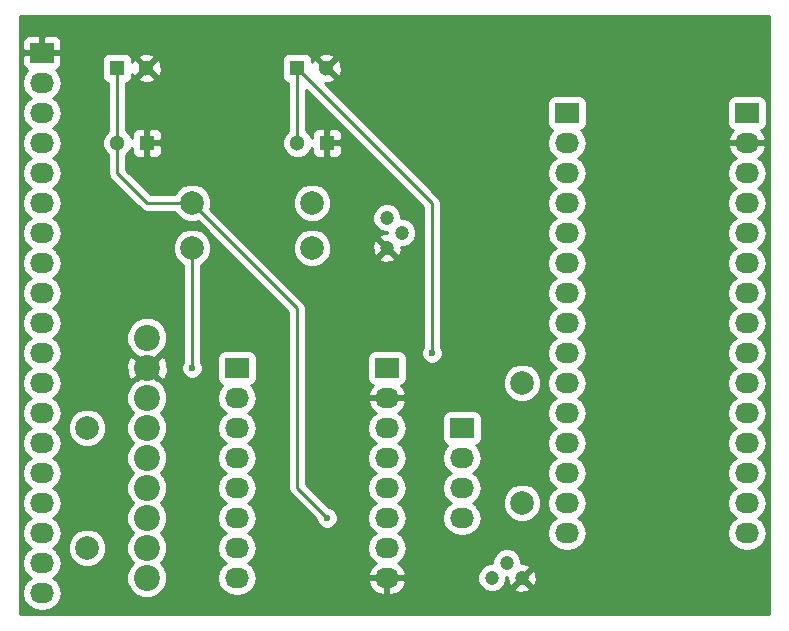
<source format=gbr>
G04 #@! TF.FileFunction,Copper,L1,Top,Signal*
%FSLAX46Y46*%
G04 Gerber Fmt 4.6, Leading zero omitted, Abs format (unit mm)*
G04 Created by KiCad (PCBNEW 4.0.6-e0-6349~53~ubuntu16.04.1) date Fri Apr  7 11:58:01 2017*
%MOMM*%
%LPD*%
G01*
G04 APERTURE LIST*
%ADD10C,0.100000*%
%ADD11R,1.300000X1.300000*%
%ADD12C,1.300000*%
%ADD13C,1.998980*%
%ADD14C,1.200000*%
%ADD15R,2.032000X1.727200*%
%ADD16O,2.032000X1.727200*%
%ADD17C,2.200000*%
%ADD18C,0.600000*%
%ADD19C,0.250000*%
%ADD20C,0.254000*%
G04 APERTURE END LIST*
D10*
D11*
X106680000Y-95250000D03*
D12*
X104180000Y-95250000D03*
D13*
X105410000Y-100330000D03*
X95250000Y-100330000D03*
X105410000Y-104140000D03*
X95250000Y-104140000D03*
D14*
X111760000Y-104140000D03*
X113030000Y-102870000D03*
X111760000Y-101600000D03*
D15*
X142240000Y-92710000D03*
D16*
X142240000Y-95250000D03*
X142240000Y-97790000D03*
X142240000Y-100330000D03*
X142240000Y-102870000D03*
X142240000Y-105410000D03*
X142240000Y-107950000D03*
X142240000Y-110490000D03*
X142240000Y-113030000D03*
X142240000Y-115570000D03*
X142240000Y-118110000D03*
X142240000Y-120650000D03*
X142240000Y-123190000D03*
X142240000Y-125730000D03*
X142240000Y-128270000D03*
D15*
X127000000Y-92710000D03*
D16*
X127000000Y-95250000D03*
X127000000Y-97790000D03*
X127000000Y-100330000D03*
X127000000Y-102870000D03*
X127000000Y-105410000D03*
X127000000Y-107950000D03*
X127000000Y-110490000D03*
X127000000Y-113030000D03*
X127000000Y-115570000D03*
X127000000Y-118110000D03*
X127000000Y-120650000D03*
X127000000Y-123190000D03*
X127000000Y-125730000D03*
X127000000Y-128270000D03*
D15*
X118110000Y-119380000D03*
D16*
X118110000Y-121920000D03*
X118110000Y-124460000D03*
X118110000Y-127000000D03*
D15*
X111760000Y-114300000D03*
D16*
X111760000Y-116840000D03*
X111760000Y-119380000D03*
X111760000Y-121920000D03*
X111760000Y-124460000D03*
X111760000Y-127000000D03*
X111760000Y-129540000D03*
X111760000Y-132080000D03*
D15*
X99060000Y-114300000D03*
D16*
X99060000Y-116840000D03*
X99060000Y-119380000D03*
X99060000Y-121920000D03*
X99060000Y-124460000D03*
X99060000Y-127000000D03*
X99060000Y-129540000D03*
X99060000Y-132080000D03*
D15*
X82550000Y-87630000D03*
D16*
X82550000Y-90170000D03*
X82550000Y-92710000D03*
X82550000Y-95250000D03*
X82550000Y-97790000D03*
X82550000Y-100330000D03*
X82550000Y-102870000D03*
X82550000Y-105410000D03*
X82550000Y-107950000D03*
X82550000Y-110490000D03*
X82550000Y-113030000D03*
X82550000Y-115570000D03*
X82550000Y-118110000D03*
X82550000Y-120650000D03*
X82550000Y-123190000D03*
X82550000Y-125730000D03*
X82550000Y-128270000D03*
X82550000Y-130810000D03*
X82550000Y-133350000D03*
D11*
X104140000Y-88900000D03*
D12*
X106640000Y-88900000D03*
D11*
X91440000Y-95250000D03*
D12*
X88940000Y-95250000D03*
D11*
X88900000Y-88900000D03*
D12*
X91400000Y-88900000D03*
D14*
X123190000Y-132080000D03*
X121920000Y-130810000D03*
X120650000Y-132080000D03*
D13*
X86360000Y-119380000D03*
X86360000Y-129540000D03*
X123190000Y-115570000D03*
X123190000Y-125730000D03*
D17*
X91440000Y-111760000D03*
X91440000Y-114300000D03*
X91440000Y-116840000D03*
X91440000Y-119380000D03*
X91440000Y-121920000D03*
X91440000Y-124460000D03*
X91440000Y-127000000D03*
X91440000Y-129540000D03*
X91440000Y-132080000D03*
D18*
X106680000Y-127000000D03*
X115570000Y-113030000D03*
X95250000Y-114300000D03*
D19*
X104140000Y-109220000D02*
X95250000Y-100330000D01*
X104140000Y-124460000D02*
X104140000Y-109220000D01*
X106680000Y-127000000D02*
X104140000Y-124460000D01*
X88940000Y-95250000D02*
X88940000Y-97830000D01*
X91440000Y-100330000D02*
X95250000Y-100330000D01*
X88940000Y-97830000D02*
X91440000Y-100330000D01*
X88900000Y-88900000D02*
X88900000Y-95210000D01*
X88900000Y-95210000D02*
X88940000Y-95250000D01*
X104140000Y-88900000D02*
X115570000Y-100330000D01*
X115570000Y-100330000D02*
X115570000Y-113030000D01*
X104140000Y-88900000D02*
X104140000Y-95210000D01*
X104140000Y-95210000D02*
X104180000Y-95250000D01*
X95250000Y-114300000D02*
X95250000Y-104140000D01*
D20*
G36*
X144070000Y-135180000D02*
X80720000Y-135180000D01*
X80720000Y-90170000D01*
X80866655Y-90170000D01*
X80980729Y-90743489D01*
X81305585Y-91229670D01*
X81620366Y-91440000D01*
X81305585Y-91650330D01*
X80980729Y-92136511D01*
X80866655Y-92710000D01*
X80980729Y-93283489D01*
X81305585Y-93769670D01*
X81620366Y-93980000D01*
X81305585Y-94190330D01*
X80980729Y-94676511D01*
X80866655Y-95250000D01*
X80980729Y-95823489D01*
X81305585Y-96309670D01*
X81620366Y-96520000D01*
X81305585Y-96730330D01*
X80980729Y-97216511D01*
X80866655Y-97790000D01*
X80980729Y-98363489D01*
X81305585Y-98849670D01*
X81620366Y-99060000D01*
X81305585Y-99270330D01*
X80980729Y-99756511D01*
X80866655Y-100330000D01*
X80980729Y-100903489D01*
X81305585Y-101389670D01*
X81620366Y-101600000D01*
X81305585Y-101810330D01*
X80980729Y-102296511D01*
X80866655Y-102870000D01*
X80980729Y-103443489D01*
X81305585Y-103929670D01*
X81620366Y-104140000D01*
X81305585Y-104350330D01*
X80980729Y-104836511D01*
X80866655Y-105410000D01*
X80980729Y-105983489D01*
X81305585Y-106469670D01*
X81620366Y-106680000D01*
X81305585Y-106890330D01*
X80980729Y-107376511D01*
X80866655Y-107950000D01*
X80980729Y-108523489D01*
X81305585Y-109009670D01*
X81620366Y-109220000D01*
X81305585Y-109430330D01*
X80980729Y-109916511D01*
X80866655Y-110490000D01*
X80980729Y-111063489D01*
X81305585Y-111549670D01*
X81620366Y-111760000D01*
X81305585Y-111970330D01*
X80980729Y-112456511D01*
X80866655Y-113030000D01*
X80980729Y-113603489D01*
X81305585Y-114089670D01*
X81620366Y-114300000D01*
X81305585Y-114510330D01*
X80980729Y-114996511D01*
X80866655Y-115570000D01*
X80980729Y-116143489D01*
X81305585Y-116629670D01*
X81620366Y-116840000D01*
X81305585Y-117050330D01*
X80980729Y-117536511D01*
X80866655Y-118110000D01*
X80980729Y-118683489D01*
X81305585Y-119169670D01*
X81620366Y-119380000D01*
X81305585Y-119590330D01*
X80980729Y-120076511D01*
X80866655Y-120650000D01*
X80980729Y-121223489D01*
X81305585Y-121709670D01*
X81620366Y-121920000D01*
X81305585Y-122130330D01*
X80980729Y-122616511D01*
X80866655Y-123190000D01*
X80980729Y-123763489D01*
X81305585Y-124249670D01*
X81620366Y-124460000D01*
X81305585Y-124670330D01*
X80980729Y-125156511D01*
X80866655Y-125730000D01*
X80980729Y-126303489D01*
X81305585Y-126789670D01*
X81620366Y-127000000D01*
X81305585Y-127210330D01*
X80980729Y-127696511D01*
X80866655Y-128270000D01*
X80980729Y-128843489D01*
X81305585Y-129329670D01*
X81620366Y-129540000D01*
X81305585Y-129750330D01*
X80980729Y-130236511D01*
X80866655Y-130810000D01*
X80980729Y-131383489D01*
X81305585Y-131869670D01*
X81620366Y-132080000D01*
X81305585Y-132290330D01*
X80980729Y-132776511D01*
X80866655Y-133350000D01*
X80980729Y-133923489D01*
X81305585Y-134409670D01*
X81791766Y-134734526D01*
X82365255Y-134848600D01*
X82734745Y-134848600D01*
X83308234Y-134734526D01*
X83794415Y-134409670D01*
X84119271Y-133923489D01*
X84233345Y-133350000D01*
X84119271Y-132776511D01*
X83794415Y-132290330D01*
X83479634Y-132080000D01*
X83794415Y-131869670D01*
X84119271Y-131383489D01*
X84233345Y-130810000D01*
X84119271Y-130236511D01*
X83870163Y-129863694D01*
X84725226Y-129863694D01*
X84973538Y-130464655D01*
X85432927Y-130924846D01*
X86033453Y-131174206D01*
X86683694Y-131174774D01*
X87284655Y-130926462D01*
X87744846Y-130467073D01*
X87994206Y-129866547D01*
X87994774Y-129216306D01*
X87746462Y-128615345D01*
X87287073Y-128155154D01*
X86686547Y-127905794D01*
X86036306Y-127905226D01*
X85435345Y-128153538D01*
X84975154Y-128612927D01*
X84725794Y-129213453D01*
X84725226Y-129863694D01*
X83870163Y-129863694D01*
X83794415Y-129750330D01*
X83479634Y-129540000D01*
X83794415Y-129329670D01*
X84119271Y-128843489D01*
X84233345Y-128270000D01*
X84119271Y-127696511D01*
X83794415Y-127210330D01*
X83479634Y-127000000D01*
X83794415Y-126789670D01*
X84119271Y-126303489D01*
X84233345Y-125730000D01*
X84119271Y-125156511D01*
X83794415Y-124670330D01*
X83479634Y-124460000D01*
X83794415Y-124249670D01*
X84119271Y-123763489D01*
X84233345Y-123190000D01*
X84119271Y-122616511D01*
X83794415Y-122130330D01*
X83479634Y-121920000D01*
X83794415Y-121709670D01*
X84119271Y-121223489D01*
X84233345Y-120650000D01*
X84119271Y-120076511D01*
X83870163Y-119703694D01*
X84725226Y-119703694D01*
X84973538Y-120304655D01*
X85432927Y-120764846D01*
X86033453Y-121014206D01*
X86683694Y-121014774D01*
X87284655Y-120766462D01*
X87744846Y-120307073D01*
X87994206Y-119706547D01*
X87994774Y-119056306D01*
X87746462Y-118455345D01*
X87287073Y-117995154D01*
X86686547Y-117745794D01*
X86036306Y-117745226D01*
X85435345Y-117993538D01*
X84975154Y-118452927D01*
X84725794Y-119053453D01*
X84725226Y-119703694D01*
X83870163Y-119703694D01*
X83794415Y-119590330D01*
X83479634Y-119380000D01*
X83794415Y-119169670D01*
X84119271Y-118683489D01*
X84233345Y-118110000D01*
X84119271Y-117536511D01*
X83883463Y-117183599D01*
X89704699Y-117183599D01*
X89968281Y-117821515D01*
X90256338Y-118110075D01*
X89969996Y-118395918D01*
X89705301Y-119033373D01*
X89704699Y-119723599D01*
X89968281Y-120361515D01*
X90256338Y-120650075D01*
X89969996Y-120935918D01*
X89705301Y-121573373D01*
X89704699Y-122263599D01*
X89968281Y-122901515D01*
X90256338Y-123190075D01*
X89969996Y-123475918D01*
X89705301Y-124113373D01*
X89704699Y-124803599D01*
X89968281Y-125441515D01*
X90256338Y-125730075D01*
X89969996Y-126015918D01*
X89705301Y-126653373D01*
X89704699Y-127343599D01*
X89968281Y-127981515D01*
X90256338Y-128270075D01*
X89969996Y-128555918D01*
X89705301Y-129193373D01*
X89704699Y-129883599D01*
X89968281Y-130521515D01*
X90256338Y-130810075D01*
X89969996Y-131095918D01*
X89705301Y-131733373D01*
X89704699Y-132423599D01*
X89968281Y-133061515D01*
X90455918Y-133550004D01*
X91093373Y-133814699D01*
X91783599Y-133815301D01*
X92421515Y-133551719D01*
X92910004Y-133064082D01*
X93174699Y-132426627D01*
X93175301Y-131736401D01*
X92911719Y-131098485D01*
X92623662Y-130809925D01*
X92910004Y-130524082D01*
X93174699Y-129886627D01*
X93175301Y-129196401D01*
X92911719Y-128558485D01*
X92623662Y-128269925D01*
X92910004Y-127984082D01*
X93174699Y-127346627D01*
X93175301Y-126656401D01*
X92911719Y-126018485D01*
X92623662Y-125729925D01*
X92910004Y-125444082D01*
X93174699Y-124806627D01*
X93175301Y-124116401D01*
X92911719Y-123478485D01*
X92623662Y-123189925D01*
X92910004Y-122904082D01*
X93174699Y-122266627D01*
X93175301Y-121576401D01*
X92911719Y-120938485D01*
X92623662Y-120649925D01*
X92910004Y-120364082D01*
X93174699Y-119726627D01*
X93175301Y-119036401D01*
X92911719Y-118398485D01*
X92623662Y-118109925D01*
X92910004Y-117824082D01*
X93174699Y-117186627D01*
X93175001Y-116840000D01*
X97376655Y-116840000D01*
X97490729Y-117413489D01*
X97815585Y-117899670D01*
X98130366Y-118110000D01*
X97815585Y-118320330D01*
X97490729Y-118806511D01*
X97376655Y-119380000D01*
X97490729Y-119953489D01*
X97815585Y-120439670D01*
X98130366Y-120650000D01*
X97815585Y-120860330D01*
X97490729Y-121346511D01*
X97376655Y-121920000D01*
X97490729Y-122493489D01*
X97815585Y-122979670D01*
X98130366Y-123190000D01*
X97815585Y-123400330D01*
X97490729Y-123886511D01*
X97376655Y-124460000D01*
X97490729Y-125033489D01*
X97815585Y-125519670D01*
X98130366Y-125730000D01*
X97815585Y-125940330D01*
X97490729Y-126426511D01*
X97376655Y-127000000D01*
X97490729Y-127573489D01*
X97815585Y-128059670D01*
X98130366Y-128270000D01*
X97815585Y-128480330D01*
X97490729Y-128966511D01*
X97376655Y-129540000D01*
X97490729Y-130113489D01*
X97815585Y-130599670D01*
X98130366Y-130810000D01*
X97815585Y-131020330D01*
X97490729Y-131506511D01*
X97376655Y-132080000D01*
X97490729Y-132653489D01*
X97815585Y-133139670D01*
X98301766Y-133464526D01*
X98875255Y-133578600D01*
X99244745Y-133578600D01*
X99818234Y-133464526D01*
X100304415Y-133139670D01*
X100629271Y-132653489D01*
X100671930Y-132439026D01*
X110152642Y-132439026D01*
X110155291Y-132454791D01*
X110409268Y-132982036D01*
X110845680Y-133371954D01*
X111398087Y-133565184D01*
X111633000Y-133420924D01*
X111633000Y-132207000D01*
X111887000Y-132207000D01*
X111887000Y-133420924D01*
X112121913Y-133565184D01*
X112674320Y-133371954D01*
X113110732Y-132982036D01*
X113364709Y-132454791D01*
X113367358Y-132439026D01*
X113307606Y-132324579D01*
X119414786Y-132324579D01*
X119602408Y-132778657D01*
X119949515Y-133126371D01*
X120403266Y-133314785D01*
X120894579Y-133315214D01*
X121348657Y-133127592D01*
X121533837Y-132942735D01*
X122506870Y-132942735D01*
X122556383Y-133168164D01*
X123021036Y-133327807D01*
X123511413Y-133297482D01*
X123823617Y-133168164D01*
X123873130Y-132942735D01*
X123190000Y-132259605D01*
X122506870Y-132942735D01*
X121533837Y-132942735D01*
X121696371Y-132780485D01*
X121884785Y-132326734D01*
X121885031Y-132044970D01*
X121950479Y-132045027D01*
X121972518Y-132401413D01*
X122101836Y-132713617D01*
X122327265Y-132763130D01*
X123010395Y-132080000D01*
X123369605Y-132080000D01*
X124052735Y-132763130D01*
X124278164Y-132713617D01*
X124437807Y-132248964D01*
X124407482Y-131758587D01*
X124278164Y-131446383D01*
X124052735Y-131396870D01*
X123369605Y-132080000D01*
X123010395Y-132080000D01*
X122996253Y-132065858D01*
X123175858Y-131886253D01*
X123190000Y-131900395D01*
X123873130Y-131217265D01*
X123823617Y-130991836D01*
X123358964Y-130832193D01*
X123154970Y-130844808D01*
X123155214Y-130565421D01*
X122967592Y-130111343D01*
X122620485Y-129763629D01*
X122166734Y-129575215D01*
X121675421Y-129574786D01*
X121221343Y-129762408D01*
X120873629Y-130109515D01*
X120685215Y-130563266D01*
X120684969Y-130845030D01*
X120405421Y-130844786D01*
X119951343Y-131032408D01*
X119603629Y-131379515D01*
X119415215Y-131833266D01*
X119414786Y-132324579D01*
X113307606Y-132324579D01*
X113246217Y-132207000D01*
X111887000Y-132207000D01*
X111633000Y-132207000D01*
X110273783Y-132207000D01*
X110152642Y-132439026D01*
X100671930Y-132439026D01*
X100743345Y-132080000D01*
X100629271Y-131506511D01*
X100304415Y-131020330D01*
X99989634Y-130810000D01*
X100304415Y-130599670D01*
X100629271Y-130113489D01*
X100743345Y-129540000D01*
X100629271Y-128966511D01*
X100304415Y-128480330D01*
X99989634Y-128270000D01*
X100304415Y-128059670D01*
X100629271Y-127573489D01*
X100743345Y-127000000D01*
X100629271Y-126426511D01*
X100304415Y-125940330D01*
X99989634Y-125730000D01*
X100304415Y-125519670D01*
X100629271Y-125033489D01*
X100743345Y-124460000D01*
X100629271Y-123886511D01*
X100304415Y-123400330D01*
X99989634Y-123190000D01*
X100304415Y-122979670D01*
X100629271Y-122493489D01*
X100743345Y-121920000D01*
X100629271Y-121346511D01*
X100304415Y-120860330D01*
X99989634Y-120650000D01*
X100304415Y-120439670D01*
X100629271Y-119953489D01*
X100743345Y-119380000D01*
X100629271Y-118806511D01*
X100304415Y-118320330D01*
X99989634Y-118110000D01*
X100304415Y-117899670D01*
X100629271Y-117413489D01*
X100743345Y-116840000D01*
X100629271Y-116266511D01*
X100304415Y-115780330D01*
X100290087Y-115770757D01*
X100311317Y-115766762D01*
X100527441Y-115627690D01*
X100672431Y-115415490D01*
X100723440Y-115163600D01*
X100723440Y-113436400D01*
X100679162Y-113201083D01*
X100540090Y-112984959D01*
X100327890Y-112839969D01*
X100076000Y-112788960D01*
X98044000Y-112788960D01*
X97808683Y-112833238D01*
X97592559Y-112972310D01*
X97447569Y-113184510D01*
X97396560Y-113436400D01*
X97396560Y-115163600D01*
X97440838Y-115398917D01*
X97579910Y-115615041D01*
X97792110Y-115760031D01*
X97833439Y-115768400D01*
X97815585Y-115780330D01*
X97490729Y-116266511D01*
X97376655Y-116840000D01*
X93175001Y-116840000D01*
X93175301Y-116496401D01*
X92911719Y-115858485D01*
X92424082Y-115369996D01*
X92263861Y-115303466D01*
X91440000Y-114479605D01*
X90616695Y-115302910D01*
X90458485Y-115368281D01*
X89969996Y-115855918D01*
X89705301Y-116493373D01*
X89704699Y-117183599D01*
X83883463Y-117183599D01*
X83794415Y-117050330D01*
X83479634Y-116840000D01*
X83794415Y-116629670D01*
X84119271Y-116143489D01*
X84233345Y-115570000D01*
X84119271Y-114996511D01*
X83794415Y-114510330D01*
X83479634Y-114300000D01*
X83794415Y-114089670D01*
X83846584Y-114011593D01*
X89694677Y-114011593D01*
X89717164Y-114701453D01*
X89937901Y-115234359D01*
X90215132Y-115345263D01*
X91260395Y-114300000D01*
X91619605Y-114300000D01*
X92664868Y-115345263D01*
X92942099Y-115234359D01*
X93185323Y-114588407D01*
X93162836Y-113898547D01*
X92942099Y-113365641D01*
X92664868Y-113254737D01*
X91619605Y-114300000D01*
X91260395Y-114300000D01*
X90215132Y-113254737D01*
X89937901Y-113365641D01*
X89694677Y-114011593D01*
X83846584Y-114011593D01*
X84119271Y-113603489D01*
X84233345Y-113030000D01*
X84119271Y-112456511D01*
X83883463Y-112103599D01*
X89704699Y-112103599D01*
X89968281Y-112741515D01*
X90455918Y-113230004D01*
X90616139Y-113296534D01*
X91440000Y-114120395D01*
X92263305Y-113297090D01*
X92421515Y-113231719D01*
X92910004Y-112744082D01*
X93174699Y-112106627D01*
X93175301Y-111416401D01*
X92911719Y-110778485D01*
X92424082Y-110289996D01*
X91786627Y-110025301D01*
X91096401Y-110024699D01*
X90458485Y-110288281D01*
X89969996Y-110775918D01*
X89705301Y-111413373D01*
X89704699Y-112103599D01*
X83883463Y-112103599D01*
X83794415Y-111970330D01*
X83479634Y-111760000D01*
X83794415Y-111549670D01*
X84119271Y-111063489D01*
X84233345Y-110490000D01*
X84119271Y-109916511D01*
X83794415Y-109430330D01*
X83479634Y-109220000D01*
X83794415Y-109009670D01*
X84119271Y-108523489D01*
X84233345Y-107950000D01*
X84119271Y-107376511D01*
X83794415Y-106890330D01*
X83479634Y-106680000D01*
X83794415Y-106469670D01*
X84119271Y-105983489D01*
X84233345Y-105410000D01*
X84119271Y-104836511D01*
X83870163Y-104463694D01*
X93615226Y-104463694D01*
X93863538Y-105064655D01*
X94322927Y-105524846D01*
X94490000Y-105594221D01*
X94490000Y-113737537D01*
X94457808Y-113769673D01*
X94315162Y-114113201D01*
X94314838Y-114485167D01*
X94456883Y-114828943D01*
X94719673Y-115092192D01*
X95063201Y-115234838D01*
X95435167Y-115235162D01*
X95778943Y-115093117D01*
X96042192Y-114830327D01*
X96184838Y-114486799D01*
X96185162Y-114114833D01*
X96043117Y-113771057D01*
X96010000Y-113737882D01*
X96010000Y-105594496D01*
X96174655Y-105526462D01*
X96634846Y-105067073D01*
X96884206Y-104466547D01*
X96884774Y-103816306D01*
X96636462Y-103215345D01*
X96177073Y-102755154D01*
X95576547Y-102505794D01*
X94926306Y-102505226D01*
X94325345Y-102753538D01*
X93865154Y-103212927D01*
X93615794Y-103813453D01*
X93615226Y-104463694D01*
X83870163Y-104463694D01*
X83794415Y-104350330D01*
X83479634Y-104140000D01*
X83794415Y-103929670D01*
X84119271Y-103443489D01*
X84233345Y-102870000D01*
X84119271Y-102296511D01*
X83794415Y-101810330D01*
X83479634Y-101600000D01*
X83794415Y-101389670D01*
X84119271Y-100903489D01*
X84233345Y-100330000D01*
X84119271Y-99756511D01*
X83794415Y-99270330D01*
X83479634Y-99060000D01*
X83794415Y-98849670D01*
X84119271Y-98363489D01*
X84233345Y-97790000D01*
X84119271Y-97216511D01*
X83794415Y-96730330D01*
X83479634Y-96520000D01*
X83794415Y-96309670D01*
X84119271Y-95823489D01*
X84233345Y-95250000D01*
X84119271Y-94676511D01*
X83794415Y-94190330D01*
X83479634Y-93980000D01*
X83794415Y-93769670D01*
X84119271Y-93283489D01*
X84233345Y-92710000D01*
X84119271Y-92136511D01*
X83794415Y-91650330D01*
X83479634Y-91440000D01*
X83794415Y-91229670D01*
X84119271Y-90743489D01*
X84233345Y-90170000D01*
X84119271Y-89596511D01*
X83794415Y-89110330D01*
X83772220Y-89095500D01*
X83925699Y-89031927D01*
X84104327Y-88853298D01*
X84201000Y-88619909D01*
X84201000Y-88250000D01*
X87602560Y-88250000D01*
X87602560Y-89550000D01*
X87646838Y-89785317D01*
X87785910Y-90001441D01*
X87998110Y-90146431D01*
X88140000Y-90175164D01*
X88140000Y-94232924D01*
X87851265Y-94521155D01*
X87655223Y-94993276D01*
X87654777Y-95504481D01*
X87849995Y-95976943D01*
X88180000Y-96307525D01*
X88180000Y-97830000D01*
X88237852Y-98120839D01*
X88402599Y-98367401D01*
X90902599Y-100867401D01*
X91149161Y-101032148D01*
X91440000Y-101090000D01*
X93795504Y-101090000D01*
X93863538Y-101254655D01*
X94322927Y-101714846D01*
X94923453Y-101964206D01*
X95573694Y-101964774D01*
X95740889Y-101895691D01*
X103380000Y-109534802D01*
X103380000Y-124460000D01*
X103437852Y-124750839D01*
X103602599Y-124997401D01*
X105744878Y-127139680D01*
X105744838Y-127185167D01*
X105886883Y-127528943D01*
X106149673Y-127792192D01*
X106493201Y-127934838D01*
X106865167Y-127935162D01*
X107208943Y-127793117D01*
X107472192Y-127530327D01*
X107614838Y-127186799D01*
X107615162Y-126814833D01*
X107473117Y-126471057D01*
X107210327Y-126207808D01*
X106866799Y-126065162D01*
X106819923Y-126065121D01*
X104900000Y-124145198D01*
X104900000Y-119380000D01*
X110076655Y-119380000D01*
X110190729Y-119953489D01*
X110515585Y-120439670D01*
X110830366Y-120650000D01*
X110515585Y-120860330D01*
X110190729Y-121346511D01*
X110076655Y-121920000D01*
X110190729Y-122493489D01*
X110515585Y-122979670D01*
X110830366Y-123190000D01*
X110515585Y-123400330D01*
X110190729Y-123886511D01*
X110076655Y-124460000D01*
X110190729Y-125033489D01*
X110515585Y-125519670D01*
X110830366Y-125730000D01*
X110515585Y-125940330D01*
X110190729Y-126426511D01*
X110076655Y-127000000D01*
X110190729Y-127573489D01*
X110515585Y-128059670D01*
X110830366Y-128270000D01*
X110515585Y-128480330D01*
X110190729Y-128966511D01*
X110076655Y-129540000D01*
X110190729Y-130113489D01*
X110515585Y-130599670D01*
X110825069Y-130806461D01*
X110409268Y-131177964D01*
X110155291Y-131705209D01*
X110152642Y-131720974D01*
X110273783Y-131953000D01*
X111633000Y-131953000D01*
X111633000Y-131933000D01*
X111887000Y-131933000D01*
X111887000Y-131953000D01*
X113246217Y-131953000D01*
X113367358Y-131720974D01*
X113364709Y-131705209D01*
X113110732Y-131177964D01*
X112694931Y-130806461D01*
X113004415Y-130599670D01*
X113329271Y-130113489D01*
X113443345Y-129540000D01*
X113329271Y-128966511D01*
X113004415Y-128480330D01*
X112689634Y-128270000D01*
X113004415Y-128059670D01*
X113329271Y-127573489D01*
X113443345Y-127000000D01*
X113329271Y-126426511D01*
X113004415Y-125940330D01*
X112689634Y-125730000D01*
X113004415Y-125519670D01*
X113329271Y-125033489D01*
X113443345Y-124460000D01*
X113329271Y-123886511D01*
X113004415Y-123400330D01*
X112689634Y-123190000D01*
X113004415Y-122979670D01*
X113329271Y-122493489D01*
X113443345Y-121920000D01*
X116426655Y-121920000D01*
X116540729Y-122493489D01*
X116865585Y-122979670D01*
X117180366Y-123190000D01*
X116865585Y-123400330D01*
X116540729Y-123886511D01*
X116426655Y-124460000D01*
X116540729Y-125033489D01*
X116865585Y-125519670D01*
X117180366Y-125730000D01*
X116865585Y-125940330D01*
X116540729Y-126426511D01*
X116426655Y-127000000D01*
X116540729Y-127573489D01*
X116865585Y-128059670D01*
X117351766Y-128384526D01*
X117925255Y-128498600D01*
X118294745Y-128498600D01*
X118868234Y-128384526D01*
X119354415Y-128059670D01*
X119679271Y-127573489D01*
X119793345Y-127000000D01*
X119679271Y-126426511D01*
X119430163Y-126053694D01*
X121555226Y-126053694D01*
X121803538Y-126654655D01*
X122262927Y-127114846D01*
X122863453Y-127364206D01*
X123513694Y-127364774D01*
X124114655Y-127116462D01*
X124574846Y-126657073D01*
X124824206Y-126056547D01*
X124824774Y-125406306D01*
X124576462Y-124805345D01*
X124117073Y-124345154D01*
X123516547Y-124095794D01*
X122866306Y-124095226D01*
X122265345Y-124343538D01*
X121805154Y-124802927D01*
X121555794Y-125403453D01*
X121555226Y-126053694D01*
X119430163Y-126053694D01*
X119354415Y-125940330D01*
X119039634Y-125730000D01*
X119354415Y-125519670D01*
X119679271Y-125033489D01*
X119793345Y-124460000D01*
X119679271Y-123886511D01*
X119354415Y-123400330D01*
X119039634Y-123190000D01*
X119354415Y-122979670D01*
X119679271Y-122493489D01*
X119793345Y-121920000D01*
X119679271Y-121346511D01*
X119354415Y-120860330D01*
X119340087Y-120850757D01*
X119361317Y-120846762D01*
X119577441Y-120707690D01*
X119722431Y-120495490D01*
X119773440Y-120243600D01*
X119773440Y-118516400D01*
X119729162Y-118281083D01*
X119590090Y-118064959D01*
X119377890Y-117919969D01*
X119126000Y-117868960D01*
X117094000Y-117868960D01*
X116858683Y-117913238D01*
X116642559Y-118052310D01*
X116497569Y-118264510D01*
X116446560Y-118516400D01*
X116446560Y-120243600D01*
X116490838Y-120478917D01*
X116629910Y-120695041D01*
X116842110Y-120840031D01*
X116883439Y-120848400D01*
X116865585Y-120860330D01*
X116540729Y-121346511D01*
X116426655Y-121920000D01*
X113443345Y-121920000D01*
X113329271Y-121346511D01*
X113004415Y-120860330D01*
X112689634Y-120650000D01*
X113004415Y-120439670D01*
X113329271Y-119953489D01*
X113443345Y-119380000D01*
X113329271Y-118806511D01*
X113004415Y-118320330D01*
X112694931Y-118113539D01*
X113110732Y-117742036D01*
X113364709Y-117214791D01*
X113367358Y-117199026D01*
X113246217Y-116967000D01*
X111887000Y-116967000D01*
X111887000Y-116987000D01*
X111633000Y-116987000D01*
X111633000Y-116967000D01*
X110273783Y-116967000D01*
X110152642Y-117199026D01*
X110155291Y-117214791D01*
X110409268Y-117742036D01*
X110825069Y-118113539D01*
X110515585Y-118320330D01*
X110190729Y-118806511D01*
X110076655Y-119380000D01*
X104900000Y-119380000D01*
X104900000Y-113436400D01*
X110096560Y-113436400D01*
X110096560Y-115163600D01*
X110140838Y-115398917D01*
X110279910Y-115615041D01*
X110492110Y-115760031D01*
X110586927Y-115779232D01*
X110409268Y-115937964D01*
X110155291Y-116465209D01*
X110152642Y-116480974D01*
X110273783Y-116713000D01*
X111633000Y-116713000D01*
X111633000Y-116693000D01*
X111887000Y-116693000D01*
X111887000Y-116713000D01*
X113246217Y-116713000D01*
X113367358Y-116480974D01*
X113364709Y-116465209D01*
X113110732Y-115937964D01*
X113061184Y-115893694D01*
X121555226Y-115893694D01*
X121803538Y-116494655D01*
X122262927Y-116954846D01*
X122863453Y-117204206D01*
X123513694Y-117204774D01*
X124114655Y-116956462D01*
X124574846Y-116497073D01*
X124824206Y-115896547D01*
X124824774Y-115246306D01*
X124576462Y-114645345D01*
X124117073Y-114185154D01*
X123516547Y-113935794D01*
X122866306Y-113935226D01*
X122265345Y-114183538D01*
X121805154Y-114642927D01*
X121555794Y-115243453D01*
X121555226Y-115893694D01*
X113061184Y-115893694D01*
X112935155Y-115781093D01*
X113011317Y-115766762D01*
X113227441Y-115627690D01*
X113372431Y-115415490D01*
X113423440Y-115163600D01*
X113423440Y-113436400D01*
X113379162Y-113201083D01*
X113240090Y-112984959D01*
X113027890Y-112839969D01*
X112776000Y-112788960D01*
X110744000Y-112788960D01*
X110508683Y-112833238D01*
X110292559Y-112972310D01*
X110147569Y-113184510D01*
X110096560Y-113436400D01*
X104900000Y-113436400D01*
X104900000Y-109220000D01*
X104842148Y-108929161D01*
X104677401Y-108682599D01*
X100458496Y-104463694D01*
X103775226Y-104463694D01*
X104023538Y-105064655D01*
X104482927Y-105524846D01*
X105083453Y-105774206D01*
X105733694Y-105774774D01*
X106334655Y-105526462D01*
X106794846Y-105067073D01*
X106821561Y-105002735D01*
X111076870Y-105002735D01*
X111126383Y-105228164D01*
X111591036Y-105387807D01*
X112081413Y-105357482D01*
X112393617Y-105228164D01*
X112443130Y-105002735D01*
X111760000Y-104319605D01*
X111076870Y-105002735D01*
X106821561Y-105002735D01*
X107044206Y-104466547D01*
X107044638Y-103971036D01*
X110512193Y-103971036D01*
X110542518Y-104461413D01*
X110671836Y-104773617D01*
X110897265Y-104823130D01*
X111580395Y-104140000D01*
X110897265Y-103456870D01*
X110671836Y-103506383D01*
X110512193Y-103971036D01*
X107044638Y-103971036D01*
X107044774Y-103816306D01*
X106796462Y-103215345D01*
X106337073Y-102755154D01*
X105736547Y-102505794D01*
X105086306Y-102505226D01*
X104485345Y-102753538D01*
X104025154Y-103212927D01*
X103775794Y-103813453D01*
X103775226Y-104463694D01*
X100458496Y-104463694D01*
X96815885Y-100821083D01*
X96884206Y-100656547D01*
X96884208Y-100653694D01*
X103775226Y-100653694D01*
X104023538Y-101254655D01*
X104482927Y-101714846D01*
X105083453Y-101964206D01*
X105733694Y-101964774D01*
X106024588Y-101844579D01*
X110524786Y-101844579D01*
X110712408Y-102298657D01*
X111059515Y-102646371D01*
X111513266Y-102834785D01*
X111795030Y-102835031D01*
X111794973Y-102900479D01*
X111438587Y-102922518D01*
X111126383Y-103051836D01*
X111076870Y-103277265D01*
X111760000Y-103960395D01*
X111774143Y-103946253D01*
X111953748Y-104125858D01*
X111939605Y-104140000D01*
X112622735Y-104823130D01*
X112848164Y-104773617D01*
X113007807Y-104308964D01*
X112995192Y-104104970D01*
X113274579Y-104105214D01*
X113728657Y-103917592D01*
X114076371Y-103570485D01*
X114264785Y-103116734D01*
X114265214Y-102625421D01*
X114077592Y-102171343D01*
X113730485Y-101823629D01*
X113276734Y-101635215D01*
X112994970Y-101634969D01*
X112995214Y-101355421D01*
X112807592Y-100901343D01*
X112460485Y-100553629D01*
X112006734Y-100365215D01*
X111515421Y-100364786D01*
X111061343Y-100552408D01*
X110713629Y-100899515D01*
X110525215Y-101353266D01*
X110524786Y-101844579D01*
X106024588Y-101844579D01*
X106334655Y-101716462D01*
X106794846Y-101257073D01*
X107044206Y-100656547D01*
X107044774Y-100006306D01*
X106796462Y-99405345D01*
X106337073Y-98945154D01*
X105736547Y-98695794D01*
X105086306Y-98695226D01*
X104485345Y-98943538D01*
X104025154Y-99402927D01*
X103775794Y-100003453D01*
X103775226Y-100653694D01*
X96884208Y-100653694D01*
X96884774Y-100006306D01*
X96636462Y-99405345D01*
X96177073Y-98945154D01*
X95576547Y-98695794D01*
X94926306Y-98695226D01*
X94325345Y-98943538D01*
X93865154Y-99402927D01*
X93795779Y-99570000D01*
X91754802Y-99570000D01*
X89700000Y-97515198D01*
X89700000Y-96307006D01*
X90028735Y-95978845D01*
X90155000Y-95674765D01*
X90155000Y-96026310D01*
X90251673Y-96259699D01*
X90430302Y-96438327D01*
X90663691Y-96535000D01*
X91154250Y-96535000D01*
X91313000Y-96376250D01*
X91313000Y-95377000D01*
X91567000Y-95377000D01*
X91567000Y-96376250D01*
X91725750Y-96535000D01*
X92216309Y-96535000D01*
X92449698Y-96438327D01*
X92628327Y-96259699D01*
X92725000Y-96026310D01*
X92725000Y-95535750D01*
X92566250Y-95377000D01*
X91567000Y-95377000D01*
X91313000Y-95377000D01*
X91293000Y-95377000D01*
X91293000Y-95123000D01*
X91313000Y-95123000D01*
X91313000Y-94123750D01*
X91567000Y-94123750D01*
X91567000Y-95123000D01*
X92566250Y-95123000D01*
X92725000Y-94964250D01*
X92725000Y-94473690D01*
X92628327Y-94240301D01*
X92449698Y-94061673D01*
X92216309Y-93965000D01*
X91725750Y-93965000D01*
X91567000Y-94123750D01*
X91313000Y-94123750D01*
X91154250Y-93965000D01*
X90663691Y-93965000D01*
X90430302Y-94061673D01*
X90251673Y-94240301D01*
X90155000Y-94473690D01*
X90155000Y-94825567D01*
X90030005Y-94523057D01*
X89668845Y-94161265D01*
X89660000Y-94157592D01*
X89660000Y-90176742D01*
X89785317Y-90153162D01*
X90001441Y-90014090D01*
X90146431Y-89801890D01*
X90147012Y-89799016D01*
X90680590Y-89799016D01*
X90736271Y-90029611D01*
X91219078Y-90197622D01*
X91729428Y-90168083D01*
X92063729Y-90029611D01*
X92119410Y-89799016D01*
X91400000Y-89079605D01*
X90680590Y-89799016D01*
X90147012Y-89799016D01*
X90197440Y-89550000D01*
X90197440Y-89387615D01*
X90270389Y-89563729D01*
X90500984Y-89619410D01*
X91220395Y-88900000D01*
X91579605Y-88900000D01*
X92299016Y-89619410D01*
X92529611Y-89563729D01*
X92697622Y-89080922D01*
X92668083Y-88570572D01*
X92535298Y-88250000D01*
X102842560Y-88250000D01*
X102842560Y-89550000D01*
X102886838Y-89785317D01*
X103025910Y-90001441D01*
X103238110Y-90146431D01*
X103380000Y-90175164D01*
X103380000Y-94232924D01*
X103091265Y-94521155D01*
X102895223Y-94993276D01*
X102894777Y-95504481D01*
X103089995Y-95976943D01*
X103451155Y-96338735D01*
X103923276Y-96534777D01*
X104434481Y-96535223D01*
X104906943Y-96340005D01*
X105268735Y-95978845D01*
X105395000Y-95674765D01*
X105395000Y-96026310D01*
X105491673Y-96259699D01*
X105670302Y-96438327D01*
X105903691Y-96535000D01*
X106394250Y-96535000D01*
X106553000Y-96376250D01*
X106553000Y-95377000D01*
X106807000Y-95377000D01*
X106807000Y-96376250D01*
X106965750Y-96535000D01*
X107456309Y-96535000D01*
X107689698Y-96438327D01*
X107868327Y-96259699D01*
X107965000Y-96026310D01*
X107965000Y-95535750D01*
X107806250Y-95377000D01*
X106807000Y-95377000D01*
X106553000Y-95377000D01*
X106533000Y-95377000D01*
X106533000Y-95123000D01*
X106553000Y-95123000D01*
X106553000Y-94123750D01*
X106807000Y-94123750D01*
X106807000Y-95123000D01*
X107806250Y-95123000D01*
X107965000Y-94964250D01*
X107965000Y-94473690D01*
X107868327Y-94240301D01*
X107689698Y-94061673D01*
X107456309Y-93965000D01*
X106965750Y-93965000D01*
X106807000Y-94123750D01*
X106553000Y-94123750D01*
X106394250Y-93965000D01*
X105903691Y-93965000D01*
X105670302Y-94061673D01*
X105491673Y-94240301D01*
X105395000Y-94473690D01*
X105395000Y-94825567D01*
X105270005Y-94523057D01*
X104908845Y-94161265D01*
X104900000Y-94157592D01*
X104900000Y-90734802D01*
X114810000Y-100644802D01*
X114810000Y-112467537D01*
X114777808Y-112499673D01*
X114635162Y-112843201D01*
X114634838Y-113215167D01*
X114776883Y-113558943D01*
X115039673Y-113822192D01*
X115383201Y-113964838D01*
X115755167Y-113965162D01*
X116098943Y-113823117D01*
X116362192Y-113560327D01*
X116504838Y-113216799D01*
X116505162Y-112844833D01*
X116363117Y-112501057D01*
X116330000Y-112467882D01*
X116330000Y-100330000D01*
X116272148Y-100039161D01*
X116107401Y-99792599D01*
X111564802Y-95250000D01*
X125316655Y-95250000D01*
X125430729Y-95823489D01*
X125755585Y-96309670D01*
X126070366Y-96520000D01*
X125755585Y-96730330D01*
X125430729Y-97216511D01*
X125316655Y-97790000D01*
X125430729Y-98363489D01*
X125755585Y-98849670D01*
X126070366Y-99060000D01*
X125755585Y-99270330D01*
X125430729Y-99756511D01*
X125316655Y-100330000D01*
X125430729Y-100903489D01*
X125755585Y-101389670D01*
X126070366Y-101600000D01*
X125755585Y-101810330D01*
X125430729Y-102296511D01*
X125316655Y-102870000D01*
X125430729Y-103443489D01*
X125755585Y-103929670D01*
X126070366Y-104140000D01*
X125755585Y-104350330D01*
X125430729Y-104836511D01*
X125316655Y-105410000D01*
X125430729Y-105983489D01*
X125755585Y-106469670D01*
X126070366Y-106680000D01*
X125755585Y-106890330D01*
X125430729Y-107376511D01*
X125316655Y-107950000D01*
X125430729Y-108523489D01*
X125755585Y-109009670D01*
X126070366Y-109220000D01*
X125755585Y-109430330D01*
X125430729Y-109916511D01*
X125316655Y-110490000D01*
X125430729Y-111063489D01*
X125755585Y-111549670D01*
X126070366Y-111760000D01*
X125755585Y-111970330D01*
X125430729Y-112456511D01*
X125316655Y-113030000D01*
X125430729Y-113603489D01*
X125755585Y-114089670D01*
X126070366Y-114300000D01*
X125755585Y-114510330D01*
X125430729Y-114996511D01*
X125316655Y-115570000D01*
X125430729Y-116143489D01*
X125755585Y-116629670D01*
X126070366Y-116840000D01*
X125755585Y-117050330D01*
X125430729Y-117536511D01*
X125316655Y-118110000D01*
X125430729Y-118683489D01*
X125755585Y-119169670D01*
X126070366Y-119380000D01*
X125755585Y-119590330D01*
X125430729Y-120076511D01*
X125316655Y-120650000D01*
X125430729Y-121223489D01*
X125755585Y-121709670D01*
X126070366Y-121920000D01*
X125755585Y-122130330D01*
X125430729Y-122616511D01*
X125316655Y-123190000D01*
X125430729Y-123763489D01*
X125755585Y-124249670D01*
X126070366Y-124460000D01*
X125755585Y-124670330D01*
X125430729Y-125156511D01*
X125316655Y-125730000D01*
X125430729Y-126303489D01*
X125755585Y-126789670D01*
X126070366Y-127000000D01*
X125755585Y-127210330D01*
X125430729Y-127696511D01*
X125316655Y-128270000D01*
X125430729Y-128843489D01*
X125755585Y-129329670D01*
X126241766Y-129654526D01*
X126815255Y-129768600D01*
X127184745Y-129768600D01*
X127758234Y-129654526D01*
X128244415Y-129329670D01*
X128569271Y-128843489D01*
X128683345Y-128270000D01*
X128569271Y-127696511D01*
X128244415Y-127210330D01*
X127929634Y-127000000D01*
X128244415Y-126789670D01*
X128569271Y-126303489D01*
X128683345Y-125730000D01*
X128569271Y-125156511D01*
X128244415Y-124670330D01*
X127929634Y-124460000D01*
X128244415Y-124249670D01*
X128569271Y-123763489D01*
X128683345Y-123190000D01*
X128569271Y-122616511D01*
X128244415Y-122130330D01*
X127929634Y-121920000D01*
X128244415Y-121709670D01*
X128569271Y-121223489D01*
X128683345Y-120650000D01*
X128569271Y-120076511D01*
X128244415Y-119590330D01*
X127929634Y-119380000D01*
X128244415Y-119169670D01*
X128569271Y-118683489D01*
X128683345Y-118110000D01*
X128569271Y-117536511D01*
X128244415Y-117050330D01*
X127929634Y-116840000D01*
X128244415Y-116629670D01*
X128569271Y-116143489D01*
X128683345Y-115570000D01*
X128569271Y-114996511D01*
X128244415Y-114510330D01*
X127929634Y-114300000D01*
X128244415Y-114089670D01*
X128569271Y-113603489D01*
X128683345Y-113030000D01*
X128569271Y-112456511D01*
X128244415Y-111970330D01*
X127929634Y-111760000D01*
X128244415Y-111549670D01*
X128569271Y-111063489D01*
X128683345Y-110490000D01*
X128569271Y-109916511D01*
X128244415Y-109430330D01*
X127929634Y-109220000D01*
X128244415Y-109009670D01*
X128569271Y-108523489D01*
X128683345Y-107950000D01*
X128569271Y-107376511D01*
X128244415Y-106890330D01*
X127929634Y-106680000D01*
X128244415Y-106469670D01*
X128569271Y-105983489D01*
X128683345Y-105410000D01*
X128569271Y-104836511D01*
X128244415Y-104350330D01*
X127929634Y-104140000D01*
X128244415Y-103929670D01*
X128569271Y-103443489D01*
X128683345Y-102870000D01*
X128569271Y-102296511D01*
X128244415Y-101810330D01*
X127929634Y-101600000D01*
X128244415Y-101389670D01*
X128569271Y-100903489D01*
X128683345Y-100330000D01*
X128569271Y-99756511D01*
X128244415Y-99270330D01*
X127929634Y-99060000D01*
X128244415Y-98849670D01*
X128569271Y-98363489D01*
X128683345Y-97790000D01*
X140556655Y-97790000D01*
X140670729Y-98363489D01*
X140995585Y-98849670D01*
X141310366Y-99060000D01*
X140995585Y-99270330D01*
X140670729Y-99756511D01*
X140556655Y-100330000D01*
X140670729Y-100903489D01*
X140995585Y-101389670D01*
X141310366Y-101600000D01*
X140995585Y-101810330D01*
X140670729Y-102296511D01*
X140556655Y-102870000D01*
X140670729Y-103443489D01*
X140995585Y-103929670D01*
X141310366Y-104140000D01*
X140995585Y-104350330D01*
X140670729Y-104836511D01*
X140556655Y-105410000D01*
X140670729Y-105983489D01*
X140995585Y-106469670D01*
X141310366Y-106680000D01*
X140995585Y-106890330D01*
X140670729Y-107376511D01*
X140556655Y-107950000D01*
X140670729Y-108523489D01*
X140995585Y-109009670D01*
X141310366Y-109220000D01*
X140995585Y-109430330D01*
X140670729Y-109916511D01*
X140556655Y-110490000D01*
X140670729Y-111063489D01*
X140995585Y-111549670D01*
X141310366Y-111760000D01*
X140995585Y-111970330D01*
X140670729Y-112456511D01*
X140556655Y-113030000D01*
X140670729Y-113603489D01*
X140995585Y-114089670D01*
X141310366Y-114300000D01*
X140995585Y-114510330D01*
X140670729Y-114996511D01*
X140556655Y-115570000D01*
X140670729Y-116143489D01*
X140995585Y-116629670D01*
X141310366Y-116840000D01*
X140995585Y-117050330D01*
X140670729Y-117536511D01*
X140556655Y-118110000D01*
X140670729Y-118683489D01*
X140995585Y-119169670D01*
X141310366Y-119380000D01*
X140995585Y-119590330D01*
X140670729Y-120076511D01*
X140556655Y-120650000D01*
X140670729Y-121223489D01*
X140995585Y-121709670D01*
X141310366Y-121920000D01*
X140995585Y-122130330D01*
X140670729Y-122616511D01*
X140556655Y-123190000D01*
X140670729Y-123763489D01*
X140995585Y-124249670D01*
X141310366Y-124460000D01*
X140995585Y-124670330D01*
X140670729Y-125156511D01*
X140556655Y-125730000D01*
X140670729Y-126303489D01*
X140995585Y-126789670D01*
X141310366Y-127000000D01*
X140995585Y-127210330D01*
X140670729Y-127696511D01*
X140556655Y-128270000D01*
X140670729Y-128843489D01*
X140995585Y-129329670D01*
X141481766Y-129654526D01*
X142055255Y-129768600D01*
X142424745Y-129768600D01*
X142998234Y-129654526D01*
X143484415Y-129329670D01*
X143809271Y-128843489D01*
X143923345Y-128270000D01*
X143809271Y-127696511D01*
X143484415Y-127210330D01*
X143169634Y-127000000D01*
X143484415Y-126789670D01*
X143809271Y-126303489D01*
X143923345Y-125730000D01*
X143809271Y-125156511D01*
X143484415Y-124670330D01*
X143169634Y-124460000D01*
X143484415Y-124249670D01*
X143809271Y-123763489D01*
X143923345Y-123190000D01*
X143809271Y-122616511D01*
X143484415Y-122130330D01*
X143169634Y-121920000D01*
X143484415Y-121709670D01*
X143809271Y-121223489D01*
X143923345Y-120650000D01*
X143809271Y-120076511D01*
X143484415Y-119590330D01*
X143169634Y-119380000D01*
X143484415Y-119169670D01*
X143809271Y-118683489D01*
X143923345Y-118110000D01*
X143809271Y-117536511D01*
X143484415Y-117050330D01*
X143169634Y-116840000D01*
X143484415Y-116629670D01*
X143809271Y-116143489D01*
X143923345Y-115570000D01*
X143809271Y-114996511D01*
X143484415Y-114510330D01*
X143169634Y-114300000D01*
X143484415Y-114089670D01*
X143809271Y-113603489D01*
X143923345Y-113030000D01*
X143809271Y-112456511D01*
X143484415Y-111970330D01*
X143169634Y-111760000D01*
X143484415Y-111549670D01*
X143809271Y-111063489D01*
X143923345Y-110490000D01*
X143809271Y-109916511D01*
X143484415Y-109430330D01*
X143169634Y-109220000D01*
X143484415Y-109009670D01*
X143809271Y-108523489D01*
X143923345Y-107950000D01*
X143809271Y-107376511D01*
X143484415Y-106890330D01*
X143169634Y-106680000D01*
X143484415Y-106469670D01*
X143809271Y-105983489D01*
X143923345Y-105410000D01*
X143809271Y-104836511D01*
X143484415Y-104350330D01*
X143169634Y-104140000D01*
X143484415Y-103929670D01*
X143809271Y-103443489D01*
X143923345Y-102870000D01*
X143809271Y-102296511D01*
X143484415Y-101810330D01*
X143169634Y-101600000D01*
X143484415Y-101389670D01*
X143809271Y-100903489D01*
X143923345Y-100330000D01*
X143809271Y-99756511D01*
X143484415Y-99270330D01*
X143169634Y-99060000D01*
X143484415Y-98849670D01*
X143809271Y-98363489D01*
X143923345Y-97790000D01*
X143809271Y-97216511D01*
X143484415Y-96730330D01*
X143174931Y-96523539D01*
X143590732Y-96152036D01*
X143844709Y-95624791D01*
X143847358Y-95609026D01*
X143726217Y-95377000D01*
X142367000Y-95377000D01*
X142367000Y-95397000D01*
X142113000Y-95397000D01*
X142113000Y-95377000D01*
X140753783Y-95377000D01*
X140632642Y-95609026D01*
X140635291Y-95624791D01*
X140889268Y-96152036D01*
X141305069Y-96523539D01*
X140995585Y-96730330D01*
X140670729Y-97216511D01*
X140556655Y-97790000D01*
X128683345Y-97790000D01*
X128569271Y-97216511D01*
X128244415Y-96730330D01*
X127929634Y-96520000D01*
X128244415Y-96309670D01*
X128569271Y-95823489D01*
X128683345Y-95250000D01*
X128569271Y-94676511D01*
X128244415Y-94190330D01*
X128230087Y-94180757D01*
X128251317Y-94176762D01*
X128467441Y-94037690D01*
X128612431Y-93825490D01*
X128663440Y-93573600D01*
X128663440Y-91846400D01*
X140576560Y-91846400D01*
X140576560Y-93573600D01*
X140620838Y-93808917D01*
X140759910Y-94025041D01*
X140972110Y-94170031D01*
X141066927Y-94189232D01*
X140889268Y-94347964D01*
X140635291Y-94875209D01*
X140632642Y-94890974D01*
X140753783Y-95123000D01*
X142113000Y-95123000D01*
X142113000Y-95103000D01*
X142367000Y-95103000D01*
X142367000Y-95123000D01*
X143726217Y-95123000D01*
X143847358Y-94890974D01*
X143844709Y-94875209D01*
X143590732Y-94347964D01*
X143415155Y-94191093D01*
X143491317Y-94176762D01*
X143707441Y-94037690D01*
X143852431Y-93825490D01*
X143903440Y-93573600D01*
X143903440Y-91846400D01*
X143859162Y-91611083D01*
X143720090Y-91394959D01*
X143507890Y-91249969D01*
X143256000Y-91198960D01*
X141224000Y-91198960D01*
X140988683Y-91243238D01*
X140772559Y-91382310D01*
X140627569Y-91594510D01*
X140576560Y-91846400D01*
X128663440Y-91846400D01*
X128619162Y-91611083D01*
X128480090Y-91394959D01*
X128267890Y-91249969D01*
X128016000Y-91198960D01*
X125984000Y-91198960D01*
X125748683Y-91243238D01*
X125532559Y-91382310D01*
X125387569Y-91594510D01*
X125336560Y-91846400D01*
X125336560Y-93573600D01*
X125380838Y-93808917D01*
X125519910Y-94025041D01*
X125732110Y-94170031D01*
X125773439Y-94178400D01*
X125755585Y-94190330D01*
X125430729Y-94676511D01*
X125316655Y-95250000D01*
X111564802Y-95250000D01*
X106509505Y-90194703D01*
X106969428Y-90168083D01*
X107303729Y-90029611D01*
X107359410Y-89799016D01*
X106640000Y-89079605D01*
X106625858Y-89093748D01*
X106446252Y-88914142D01*
X106460395Y-88900000D01*
X106819605Y-88900000D01*
X107539016Y-89619410D01*
X107769611Y-89563729D01*
X107937622Y-89080922D01*
X107908083Y-88570572D01*
X107769611Y-88236271D01*
X107539016Y-88180590D01*
X106819605Y-88900000D01*
X106460395Y-88900000D01*
X105740984Y-88180590D01*
X105510389Y-88236271D01*
X105437440Y-88445902D01*
X105437440Y-88250000D01*
X105393162Y-88014683D01*
X105384347Y-88000984D01*
X105920590Y-88000984D01*
X106640000Y-88720395D01*
X107359410Y-88000984D01*
X107303729Y-87770389D01*
X106820922Y-87602378D01*
X106310572Y-87631917D01*
X105976271Y-87770389D01*
X105920590Y-88000984D01*
X105384347Y-88000984D01*
X105254090Y-87798559D01*
X105041890Y-87653569D01*
X104790000Y-87602560D01*
X103490000Y-87602560D01*
X103254683Y-87646838D01*
X103038559Y-87785910D01*
X102893569Y-87998110D01*
X102842560Y-88250000D01*
X92535298Y-88250000D01*
X92529611Y-88236271D01*
X92299016Y-88180590D01*
X91579605Y-88900000D01*
X91220395Y-88900000D01*
X90500984Y-88180590D01*
X90270389Y-88236271D01*
X90197440Y-88445902D01*
X90197440Y-88250000D01*
X90153162Y-88014683D01*
X90144347Y-88000984D01*
X90680590Y-88000984D01*
X91400000Y-88720395D01*
X92119410Y-88000984D01*
X92063729Y-87770389D01*
X91580922Y-87602378D01*
X91070572Y-87631917D01*
X90736271Y-87770389D01*
X90680590Y-88000984D01*
X90144347Y-88000984D01*
X90014090Y-87798559D01*
X89801890Y-87653569D01*
X89550000Y-87602560D01*
X88250000Y-87602560D01*
X88014683Y-87646838D01*
X87798559Y-87785910D01*
X87653569Y-87998110D01*
X87602560Y-88250000D01*
X84201000Y-88250000D01*
X84201000Y-87915750D01*
X84042250Y-87757000D01*
X82677000Y-87757000D01*
X82677000Y-87777000D01*
X82423000Y-87777000D01*
X82423000Y-87757000D01*
X81057750Y-87757000D01*
X80899000Y-87915750D01*
X80899000Y-88619909D01*
X80995673Y-88853298D01*
X81174301Y-89031927D01*
X81327780Y-89095500D01*
X81305585Y-89110330D01*
X80980729Y-89596511D01*
X80866655Y-90170000D01*
X80720000Y-90170000D01*
X80720000Y-86640091D01*
X80899000Y-86640091D01*
X80899000Y-87344250D01*
X81057750Y-87503000D01*
X82423000Y-87503000D01*
X82423000Y-86290150D01*
X82677000Y-86290150D01*
X82677000Y-87503000D01*
X84042250Y-87503000D01*
X84201000Y-87344250D01*
X84201000Y-86640091D01*
X84104327Y-86406702D01*
X83925699Y-86228073D01*
X83692310Y-86131400D01*
X82835750Y-86131400D01*
X82677000Y-86290150D01*
X82423000Y-86290150D01*
X82264250Y-86131400D01*
X81407690Y-86131400D01*
X81174301Y-86228073D01*
X80995673Y-86406702D01*
X80899000Y-86640091D01*
X80720000Y-86640091D01*
X80720000Y-84530000D01*
X144070000Y-84530000D01*
X144070000Y-135180000D01*
X144070000Y-135180000D01*
G37*
X144070000Y-135180000D02*
X80720000Y-135180000D01*
X80720000Y-90170000D01*
X80866655Y-90170000D01*
X80980729Y-90743489D01*
X81305585Y-91229670D01*
X81620366Y-91440000D01*
X81305585Y-91650330D01*
X80980729Y-92136511D01*
X80866655Y-92710000D01*
X80980729Y-93283489D01*
X81305585Y-93769670D01*
X81620366Y-93980000D01*
X81305585Y-94190330D01*
X80980729Y-94676511D01*
X80866655Y-95250000D01*
X80980729Y-95823489D01*
X81305585Y-96309670D01*
X81620366Y-96520000D01*
X81305585Y-96730330D01*
X80980729Y-97216511D01*
X80866655Y-97790000D01*
X80980729Y-98363489D01*
X81305585Y-98849670D01*
X81620366Y-99060000D01*
X81305585Y-99270330D01*
X80980729Y-99756511D01*
X80866655Y-100330000D01*
X80980729Y-100903489D01*
X81305585Y-101389670D01*
X81620366Y-101600000D01*
X81305585Y-101810330D01*
X80980729Y-102296511D01*
X80866655Y-102870000D01*
X80980729Y-103443489D01*
X81305585Y-103929670D01*
X81620366Y-104140000D01*
X81305585Y-104350330D01*
X80980729Y-104836511D01*
X80866655Y-105410000D01*
X80980729Y-105983489D01*
X81305585Y-106469670D01*
X81620366Y-106680000D01*
X81305585Y-106890330D01*
X80980729Y-107376511D01*
X80866655Y-107950000D01*
X80980729Y-108523489D01*
X81305585Y-109009670D01*
X81620366Y-109220000D01*
X81305585Y-109430330D01*
X80980729Y-109916511D01*
X80866655Y-110490000D01*
X80980729Y-111063489D01*
X81305585Y-111549670D01*
X81620366Y-111760000D01*
X81305585Y-111970330D01*
X80980729Y-112456511D01*
X80866655Y-113030000D01*
X80980729Y-113603489D01*
X81305585Y-114089670D01*
X81620366Y-114300000D01*
X81305585Y-114510330D01*
X80980729Y-114996511D01*
X80866655Y-115570000D01*
X80980729Y-116143489D01*
X81305585Y-116629670D01*
X81620366Y-116840000D01*
X81305585Y-117050330D01*
X80980729Y-117536511D01*
X80866655Y-118110000D01*
X80980729Y-118683489D01*
X81305585Y-119169670D01*
X81620366Y-119380000D01*
X81305585Y-119590330D01*
X80980729Y-120076511D01*
X80866655Y-120650000D01*
X80980729Y-121223489D01*
X81305585Y-121709670D01*
X81620366Y-121920000D01*
X81305585Y-122130330D01*
X80980729Y-122616511D01*
X80866655Y-123190000D01*
X80980729Y-123763489D01*
X81305585Y-124249670D01*
X81620366Y-124460000D01*
X81305585Y-124670330D01*
X80980729Y-125156511D01*
X80866655Y-125730000D01*
X80980729Y-126303489D01*
X81305585Y-126789670D01*
X81620366Y-127000000D01*
X81305585Y-127210330D01*
X80980729Y-127696511D01*
X80866655Y-128270000D01*
X80980729Y-128843489D01*
X81305585Y-129329670D01*
X81620366Y-129540000D01*
X81305585Y-129750330D01*
X80980729Y-130236511D01*
X80866655Y-130810000D01*
X80980729Y-131383489D01*
X81305585Y-131869670D01*
X81620366Y-132080000D01*
X81305585Y-132290330D01*
X80980729Y-132776511D01*
X80866655Y-133350000D01*
X80980729Y-133923489D01*
X81305585Y-134409670D01*
X81791766Y-134734526D01*
X82365255Y-134848600D01*
X82734745Y-134848600D01*
X83308234Y-134734526D01*
X83794415Y-134409670D01*
X84119271Y-133923489D01*
X84233345Y-133350000D01*
X84119271Y-132776511D01*
X83794415Y-132290330D01*
X83479634Y-132080000D01*
X83794415Y-131869670D01*
X84119271Y-131383489D01*
X84233345Y-130810000D01*
X84119271Y-130236511D01*
X83870163Y-129863694D01*
X84725226Y-129863694D01*
X84973538Y-130464655D01*
X85432927Y-130924846D01*
X86033453Y-131174206D01*
X86683694Y-131174774D01*
X87284655Y-130926462D01*
X87744846Y-130467073D01*
X87994206Y-129866547D01*
X87994774Y-129216306D01*
X87746462Y-128615345D01*
X87287073Y-128155154D01*
X86686547Y-127905794D01*
X86036306Y-127905226D01*
X85435345Y-128153538D01*
X84975154Y-128612927D01*
X84725794Y-129213453D01*
X84725226Y-129863694D01*
X83870163Y-129863694D01*
X83794415Y-129750330D01*
X83479634Y-129540000D01*
X83794415Y-129329670D01*
X84119271Y-128843489D01*
X84233345Y-128270000D01*
X84119271Y-127696511D01*
X83794415Y-127210330D01*
X83479634Y-127000000D01*
X83794415Y-126789670D01*
X84119271Y-126303489D01*
X84233345Y-125730000D01*
X84119271Y-125156511D01*
X83794415Y-124670330D01*
X83479634Y-124460000D01*
X83794415Y-124249670D01*
X84119271Y-123763489D01*
X84233345Y-123190000D01*
X84119271Y-122616511D01*
X83794415Y-122130330D01*
X83479634Y-121920000D01*
X83794415Y-121709670D01*
X84119271Y-121223489D01*
X84233345Y-120650000D01*
X84119271Y-120076511D01*
X83870163Y-119703694D01*
X84725226Y-119703694D01*
X84973538Y-120304655D01*
X85432927Y-120764846D01*
X86033453Y-121014206D01*
X86683694Y-121014774D01*
X87284655Y-120766462D01*
X87744846Y-120307073D01*
X87994206Y-119706547D01*
X87994774Y-119056306D01*
X87746462Y-118455345D01*
X87287073Y-117995154D01*
X86686547Y-117745794D01*
X86036306Y-117745226D01*
X85435345Y-117993538D01*
X84975154Y-118452927D01*
X84725794Y-119053453D01*
X84725226Y-119703694D01*
X83870163Y-119703694D01*
X83794415Y-119590330D01*
X83479634Y-119380000D01*
X83794415Y-119169670D01*
X84119271Y-118683489D01*
X84233345Y-118110000D01*
X84119271Y-117536511D01*
X83883463Y-117183599D01*
X89704699Y-117183599D01*
X89968281Y-117821515D01*
X90256338Y-118110075D01*
X89969996Y-118395918D01*
X89705301Y-119033373D01*
X89704699Y-119723599D01*
X89968281Y-120361515D01*
X90256338Y-120650075D01*
X89969996Y-120935918D01*
X89705301Y-121573373D01*
X89704699Y-122263599D01*
X89968281Y-122901515D01*
X90256338Y-123190075D01*
X89969996Y-123475918D01*
X89705301Y-124113373D01*
X89704699Y-124803599D01*
X89968281Y-125441515D01*
X90256338Y-125730075D01*
X89969996Y-126015918D01*
X89705301Y-126653373D01*
X89704699Y-127343599D01*
X89968281Y-127981515D01*
X90256338Y-128270075D01*
X89969996Y-128555918D01*
X89705301Y-129193373D01*
X89704699Y-129883599D01*
X89968281Y-130521515D01*
X90256338Y-130810075D01*
X89969996Y-131095918D01*
X89705301Y-131733373D01*
X89704699Y-132423599D01*
X89968281Y-133061515D01*
X90455918Y-133550004D01*
X91093373Y-133814699D01*
X91783599Y-133815301D01*
X92421515Y-133551719D01*
X92910004Y-133064082D01*
X93174699Y-132426627D01*
X93175301Y-131736401D01*
X92911719Y-131098485D01*
X92623662Y-130809925D01*
X92910004Y-130524082D01*
X93174699Y-129886627D01*
X93175301Y-129196401D01*
X92911719Y-128558485D01*
X92623662Y-128269925D01*
X92910004Y-127984082D01*
X93174699Y-127346627D01*
X93175301Y-126656401D01*
X92911719Y-126018485D01*
X92623662Y-125729925D01*
X92910004Y-125444082D01*
X93174699Y-124806627D01*
X93175301Y-124116401D01*
X92911719Y-123478485D01*
X92623662Y-123189925D01*
X92910004Y-122904082D01*
X93174699Y-122266627D01*
X93175301Y-121576401D01*
X92911719Y-120938485D01*
X92623662Y-120649925D01*
X92910004Y-120364082D01*
X93174699Y-119726627D01*
X93175301Y-119036401D01*
X92911719Y-118398485D01*
X92623662Y-118109925D01*
X92910004Y-117824082D01*
X93174699Y-117186627D01*
X93175001Y-116840000D01*
X97376655Y-116840000D01*
X97490729Y-117413489D01*
X97815585Y-117899670D01*
X98130366Y-118110000D01*
X97815585Y-118320330D01*
X97490729Y-118806511D01*
X97376655Y-119380000D01*
X97490729Y-119953489D01*
X97815585Y-120439670D01*
X98130366Y-120650000D01*
X97815585Y-120860330D01*
X97490729Y-121346511D01*
X97376655Y-121920000D01*
X97490729Y-122493489D01*
X97815585Y-122979670D01*
X98130366Y-123190000D01*
X97815585Y-123400330D01*
X97490729Y-123886511D01*
X97376655Y-124460000D01*
X97490729Y-125033489D01*
X97815585Y-125519670D01*
X98130366Y-125730000D01*
X97815585Y-125940330D01*
X97490729Y-126426511D01*
X97376655Y-127000000D01*
X97490729Y-127573489D01*
X97815585Y-128059670D01*
X98130366Y-128270000D01*
X97815585Y-128480330D01*
X97490729Y-128966511D01*
X97376655Y-129540000D01*
X97490729Y-130113489D01*
X97815585Y-130599670D01*
X98130366Y-130810000D01*
X97815585Y-131020330D01*
X97490729Y-131506511D01*
X97376655Y-132080000D01*
X97490729Y-132653489D01*
X97815585Y-133139670D01*
X98301766Y-133464526D01*
X98875255Y-133578600D01*
X99244745Y-133578600D01*
X99818234Y-133464526D01*
X100304415Y-133139670D01*
X100629271Y-132653489D01*
X100671930Y-132439026D01*
X110152642Y-132439026D01*
X110155291Y-132454791D01*
X110409268Y-132982036D01*
X110845680Y-133371954D01*
X111398087Y-133565184D01*
X111633000Y-133420924D01*
X111633000Y-132207000D01*
X111887000Y-132207000D01*
X111887000Y-133420924D01*
X112121913Y-133565184D01*
X112674320Y-133371954D01*
X113110732Y-132982036D01*
X113364709Y-132454791D01*
X113367358Y-132439026D01*
X113307606Y-132324579D01*
X119414786Y-132324579D01*
X119602408Y-132778657D01*
X119949515Y-133126371D01*
X120403266Y-133314785D01*
X120894579Y-133315214D01*
X121348657Y-133127592D01*
X121533837Y-132942735D01*
X122506870Y-132942735D01*
X122556383Y-133168164D01*
X123021036Y-133327807D01*
X123511413Y-133297482D01*
X123823617Y-133168164D01*
X123873130Y-132942735D01*
X123190000Y-132259605D01*
X122506870Y-132942735D01*
X121533837Y-132942735D01*
X121696371Y-132780485D01*
X121884785Y-132326734D01*
X121885031Y-132044970D01*
X121950479Y-132045027D01*
X121972518Y-132401413D01*
X122101836Y-132713617D01*
X122327265Y-132763130D01*
X123010395Y-132080000D01*
X123369605Y-132080000D01*
X124052735Y-132763130D01*
X124278164Y-132713617D01*
X124437807Y-132248964D01*
X124407482Y-131758587D01*
X124278164Y-131446383D01*
X124052735Y-131396870D01*
X123369605Y-132080000D01*
X123010395Y-132080000D01*
X122996253Y-132065858D01*
X123175858Y-131886253D01*
X123190000Y-131900395D01*
X123873130Y-131217265D01*
X123823617Y-130991836D01*
X123358964Y-130832193D01*
X123154970Y-130844808D01*
X123155214Y-130565421D01*
X122967592Y-130111343D01*
X122620485Y-129763629D01*
X122166734Y-129575215D01*
X121675421Y-129574786D01*
X121221343Y-129762408D01*
X120873629Y-130109515D01*
X120685215Y-130563266D01*
X120684969Y-130845030D01*
X120405421Y-130844786D01*
X119951343Y-131032408D01*
X119603629Y-131379515D01*
X119415215Y-131833266D01*
X119414786Y-132324579D01*
X113307606Y-132324579D01*
X113246217Y-132207000D01*
X111887000Y-132207000D01*
X111633000Y-132207000D01*
X110273783Y-132207000D01*
X110152642Y-132439026D01*
X100671930Y-132439026D01*
X100743345Y-132080000D01*
X100629271Y-131506511D01*
X100304415Y-131020330D01*
X99989634Y-130810000D01*
X100304415Y-130599670D01*
X100629271Y-130113489D01*
X100743345Y-129540000D01*
X100629271Y-128966511D01*
X100304415Y-128480330D01*
X99989634Y-128270000D01*
X100304415Y-128059670D01*
X100629271Y-127573489D01*
X100743345Y-127000000D01*
X100629271Y-126426511D01*
X100304415Y-125940330D01*
X99989634Y-125730000D01*
X100304415Y-125519670D01*
X100629271Y-125033489D01*
X100743345Y-124460000D01*
X100629271Y-123886511D01*
X100304415Y-123400330D01*
X99989634Y-123190000D01*
X100304415Y-122979670D01*
X100629271Y-122493489D01*
X100743345Y-121920000D01*
X100629271Y-121346511D01*
X100304415Y-120860330D01*
X99989634Y-120650000D01*
X100304415Y-120439670D01*
X100629271Y-119953489D01*
X100743345Y-119380000D01*
X100629271Y-118806511D01*
X100304415Y-118320330D01*
X99989634Y-118110000D01*
X100304415Y-117899670D01*
X100629271Y-117413489D01*
X100743345Y-116840000D01*
X100629271Y-116266511D01*
X100304415Y-115780330D01*
X100290087Y-115770757D01*
X100311317Y-115766762D01*
X100527441Y-115627690D01*
X100672431Y-115415490D01*
X100723440Y-115163600D01*
X100723440Y-113436400D01*
X100679162Y-113201083D01*
X100540090Y-112984959D01*
X100327890Y-112839969D01*
X100076000Y-112788960D01*
X98044000Y-112788960D01*
X97808683Y-112833238D01*
X97592559Y-112972310D01*
X97447569Y-113184510D01*
X97396560Y-113436400D01*
X97396560Y-115163600D01*
X97440838Y-115398917D01*
X97579910Y-115615041D01*
X97792110Y-115760031D01*
X97833439Y-115768400D01*
X97815585Y-115780330D01*
X97490729Y-116266511D01*
X97376655Y-116840000D01*
X93175001Y-116840000D01*
X93175301Y-116496401D01*
X92911719Y-115858485D01*
X92424082Y-115369996D01*
X92263861Y-115303466D01*
X91440000Y-114479605D01*
X90616695Y-115302910D01*
X90458485Y-115368281D01*
X89969996Y-115855918D01*
X89705301Y-116493373D01*
X89704699Y-117183599D01*
X83883463Y-117183599D01*
X83794415Y-117050330D01*
X83479634Y-116840000D01*
X83794415Y-116629670D01*
X84119271Y-116143489D01*
X84233345Y-115570000D01*
X84119271Y-114996511D01*
X83794415Y-114510330D01*
X83479634Y-114300000D01*
X83794415Y-114089670D01*
X83846584Y-114011593D01*
X89694677Y-114011593D01*
X89717164Y-114701453D01*
X89937901Y-115234359D01*
X90215132Y-115345263D01*
X91260395Y-114300000D01*
X91619605Y-114300000D01*
X92664868Y-115345263D01*
X92942099Y-115234359D01*
X93185323Y-114588407D01*
X93162836Y-113898547D01*
X92942099Y-113365641D01*
X92664868Y-113254737D01*
X91619605Y-114300000D01*
X91260395Y-114300000D01*
X90215132Y-113254737D01*
X89937901Y-113365641D01*
X89694677Y-114011593D01*
X83846584Y-114011593D01*
X84119271Y-113603489D01*
X84233345Y-113030000D01*
X84119271Y-112456511D01*
X83883463Y-112103599D01*
X89704699Y-112103599D01*
X89968281Y-112741515D01*
X90455918Y-113230004D01*
X90616139Y-113296534D01*
X91440000Y-114120395D01*
X92263305Y-113297090D01*
X92421515Y-113231719D01*
X92910004Y-112744082D01*
X93174699Y-112106627D01*
X93175301Y-111416401D01*
X92911719Y-110778485D01*
X92424082Y-110289996D01*
X91786627Y-110025301D01*
X91096401Y-110024699D01*
X90458485Y-110288281D01*
X89969996Y-110775918D01*
X89705301Y-111413373D01*
X89704699Y-112103599D01*
X83883463Y-112103599D01*
X83794415Y-111970330D01*
X83479634Y-111760000D01*
X83794415Y-111549670D01*
X84119271Y-111063489D01*
X84233345Y-110490000D01*
X84119271Y-109916511D01*
X83794415Y-109430330D01*
X83479634Y-109220000D01*
X83794415Y-109009670D01*
X84119271Y-108523489D01*
X84233345Y-107950000D01*
X84119271Y-107376511D01*
X83794415Y-106890330D01*
X83479634Y-106680000D01*
X83794415Y-106469670D01*
X84119271Y-105983489D01*
X84233345Y-105410000D01*
X84119271Y-104836511D01*
X83870163Y-104463694D01*
X93615226Y-104463694D01*
X93863538Y-105064655D01*
X94322927Y-105524846D01*
X94490000Y-105594221D01*
X94490000Y-113737537D01*
X94457808Y-113769673D01*
X94315162Y-114113201D01*
X94314838Y-114485167D01*
X94456883Y-114828943D01*
X94719673Y-115092192D01*
X95063201Y-115234838D01*
X95435167Y-115235162D01*
X95778943Y-115093117D01*
X96042192Y-114830327D01*
X96184838Y-114486799D01*
X96185162Y-114114833D01*
X96043117Y-113771057D01*
X96010000Y-113737882D01*
X96010000Y-105594496D01*
X96174655Y-105526462D01*
X96634846Y-105067073D01*
X96884206Y-104466547D01*
X96884774Y-103816306D01*
X96636462Y-103215345D01*
X96177073Y-102755154D01*
X95576547Y-102505794D01*
X94926306Y-102505226D01*
X94325345Y-102753538D01*
X93865154Y-103212927D01*
X93615794Y-103813453D01*
X93615226Y-104463694D01*
X83870163Y-104463694D01*
X83794415Y-104350330D01*
X83479634Y-104140000D01*
X83794415Y-103929670D01*
X84119271Y-103443489D01*
X84233345Y-102870000D01*
X84119271Y-102296511D01*
X83794415Y-101810330D01*
X83479634Y-101600000D01*
X83794415Y-101389670D01*
X84119271Y-100903489D01*
X84233345Y-100330000D01*
X84119271Y-99756511D01*
X83794415Y-99270330D01*
X83479634Y-99060000D01*
X83794415Y-98849670D01*
X84119271Y-98363489D01*
X84233345Y-97790000D01*
X84119271Y-97216511D01*
X83794415Y-96730330D01*
X83479634Y-96520000D01*
X83794415Y-96309670D01*
X84119271Y-95823489D01*
X84233345Y-95250000D01*
X84119271Y-94676511D01*
X83794415Y-94190330D01*
X83479634Y-93980000D01*
X83794415Y-93769670D01*
X84119271Y-93283489D01*
X84233345Y-92710000D01*
X84119271Y-92136511D01*
X83794415Y-91650330D01*
X83479634Y-91440000D01*
X83794415Y-91229670D01*
X84119271Y-90743489D01*
X84233345Y-90170000D01*
X84119271Y-89596511D01*
X83794415Y-89110330D01*
X83772220Y-89095500D01*
X83925699Y-89031927D01*
X84104327Y-88853298D01*
X84201000Y-88619909D01*
X84201000Y-88250000D01*
X87602560Y-88250000D01*
X87602560Y-89550000D01*
X87646838Y-89785317D01*
X87785910Y-90001441D01*
X87998110Y-90146431D01*
X88140000Y-90175164D01*
X88140000Y-94232924D01*
X87851265Y-94521155D01*
X87655223Y-94993276D01*
X87654777Y-95504481D01*
X87849995Y-95976943D01*
X88180000Y-96307525D01*
X88180000Y-97830000D01*
X88237852Y-98120839D01*
X88402599Y-98367401D01*
X90902599Y-100867401D01*
X91149161Y-101032148D01*
X91440000Y-101090000D01*
X93795504Y-101090000D01*
X93863538Y-101254655D01*
X94322927Y-101714846D01*
X94923453Y-101964206D01*
X95573694Y-101964774D01*
X95740889Y-101895691D01*
X103380000Y-109534802D01*
X103380000Y-124460000D01*
X103437852Y-124750839D01*
X103602599Y-124997401D01*
X105744878Y-127139680D01*
X105744838Y-127185167D01*
X105886883Y-127528943D01*
X106149673Y-127792192D01*
X106493201Y-127934838D01*
X106865167Y-127935162D01*
X107208943Y-127793117D01*
X107472192Y-127530327D01*
X107614838Y-127186799D01*
X107615162Y-126814833D01*
X107473117Y-126471057D01*
X107210327Y-126207808D01*
X106866799Y-126065162D01*
X106819923Y-126065121D01*
X104900000Y-124145198D01*
X104900000Y-119380000D01*
X110076655Y-119380000D01*
X110190729Y-119953489D01*
X110515585Y-120439670D01*
X110830366Y-120650000D01*
X110515585Y-120860330D01*
X110190729Y-121346511D01*
X110076655Y-121920000D01*
X110190729Y-122493489D01*
X110515585Y-122979670D01*
X110830366Y-123190000D01*
X110515585Y-123400330D01*
X110190729Y-123886511D01*
X110076655Y-124460000D01*
X110190729Y-125033489D01*
X110515585Y-125519670D01*
X110830366Y-125730000D01*
X110515585Y-125940330D01*
X110190729Y-126426511D01*
X110076655Y-127000000D01*
X110190729Y-127573489D01*
X110515585Y-128059670D01*
X110830366Y-128270000D01*
X110515585Y-128480330D01*
X110190729Y-128966511D01*
X110076655Y-129540000D01*
X110190729Y-130113489D01*
X110515585Y-130599670D01*
X110825069Y-130806461D01*
X110409268Y-131177964D01*
X110155291Y-131705209D01*
X110152642Y-131720974D01*
X110273783Y-131953000D01*
X111633000Y-131953000D01*
X111633000Y-131933000D01*
X111887000Y-131933000D01*
X111887000Y-131953000D01*
X113246217Y-131953000D01*
X113367358Y-131720974D01*
X113364709Y-131705209D01*
X113110732Y-131177964D01*
X112694931Y-130806461D01*
X113004415Y-130599670D01*
X113329271Y-130113489D01*
X113443345Y-129540000D01*
X113329271Y-128966511D01*
X113004415Y-128480330D01*
X112689634Y-128270000D01*
X113004415Y-128059670D01*
X113329271Y-127573489D01*
X113443345Y-127000000D01*
X113329271Y-126426511D01*
X113004415Y-125940330D01*
X112689634Y-125730000D01*
X113004415Y-125519670D01*
X113329271Y-125033489D01*
X113443345Y-124460000D01*
X113329271Y-123886511D01*
X113004415Y-123400330D01*
X112689634Y-123190000D01*
X113004415Y-122979670D01*
X113329271Y-122493489D01*
X113443345Y-121920000D01*
X116426655Y-121920000D01*
X116540729Y-122493489D01*
X116865585Y-122979670D01*
X117180366Y-123190000D01*
X116865585Y-123400330D01*
X116540729Y-123886511D01*
X116426655Y-124460000D01*
X116540729Y-125033489D01*
X116865585Y-125519670D01*
X117180366Y-125730000D01*
X116865585Y-125940330D01*
X116540729Y-126426511D01*
X116426655Y-127000000D01*
X116540729Y-127573489D01*
X116865585Y-128059670D01*
X117351766Y-128384526D01*
X117925255Y-128498600D01*
X118294745Y-128498600D01*
X118868234Y-128384526D01*
X119354415Y-128059670D01*
X119679271Y-127573489D01*
X119793345Y-127000000D01*
X119679271Y-126426511D01*
X119430163Y-126053694D01*
X121555226Y-126053694D01*
X121803538Y-126654655D01*
X122262927Y-127114846D01*
X122863453Y-127364206D01*
X123513694Y-127364774D01*
X124114655Y-127116462D01*
X124574846Y-126657073D01*
X124824206Y-126056547D01*
X124824774Y-125406306D01*
X124576462Y-124805345D01*
X124117073Y-124345154D01*
X123516547Y-124095794D01*
X122866306Y-124095226D01*
X122265345Y-124343538D01*
X121805154Y-124802927D01*
X121555794Y-125403453D01*
X121555226Y-126053694D01*
X119430163Y-126053694D01*
X119354415Y-125940330D01*
X119039634Y-125730000D01*
X119354415Y-125519670D01*
X119679271Y-125033489D01*
X119793345Y-124460000D01*
X119679271Y-123886511D01*
X119354415Y-123400330D01*
X119039634Y-123190000D01*
X119354415Y-122979670D01*
X119679271Y-122493489D01*
X119793345Y-121920000D01*
X119679271Y-121346511D01*
X119354415Y-120860330D01*
X119340087Y-120850757D01*
X119361317Y-120846762D01*
X119577441Y-120707690D01*
X119722431Y-120495490D01*
X119773440Y-120243600D01*
X119773440Y-118516400D01*
X119729162Y-118281083D01*
X119590090Y-118064959D01*
X119377890Y-117919969D01*
X119126000Y-117868960D01*
X117094000Y-117868960D01*
X116858683Y-117913238D01*
X116642559Y-118052310D01*
X116497569Y-118264510D01*
X116446560Y-118516400D01*
X116446560Y-120243600D01*
X116490838Y-120478917D01*
X116629910Y-120695041D01*
X116842110Y-120840031D01*
X116883439Y-120848400D01*
X116865585Y-120860330D01*
X116540729Y-121346511D01*
X116426655Y-121920000D01*
X113443345Y-121920000D01*
X113329271Y-121346511D01*
X113004415Y-120860330D01*
X112689634Y-120650000D01*
X113004415Y-120439670D01*
X113329271Y-119953489D01*
X113443345Y-119380000D01*
X113329271Y-118806511D01*
X113004415Y-118320330D01*
X112694931Y-118113539D01*
X113110732Y-117742036D01*
X113364709Y-117214791D01*
X113367358Y-117199026D01*
X113246217Y-116967000D01*
X111887000Y-116967000D01*
X111887000Y-116987000D01*
X111633000Y-116987000D01*
X111633000Y-116967000D01*
X110273783Y-116967000D01*
X110152642Y-117199026D01*
X110155291Y-117214791D01*
X110409268Y-117742036D01*
X110825069Y-118113539D01*
X110515585Y-118320330D01*
X110190729Y-118806511D01*
X110076655Y-119380000D01*
X104900000Y-119380000D01*
X104900000Y-113436400D01*
X110096560Y-113436400D01*
X110096560Y-115163600D01*
X110140838Y-115398917D01*
X110279910Y-115615041D01*
X110492110Y-115760031D01*
X110586927Y-115779232D01*
X110409268Y-115937964D01*
X110155291Y-116465209D01*
X110152642Y-116480974D01*
X110273783Y-116713000D01*
X111633000Y-116713000D01*
X111633000Y-116693000D01*
X111887000Y-116693000D01*
X111887000Y-116713000D01*
X113246217Y-116713000D01*
X113367358Y-116480974D01*
X113364709Y-116465209D01*
X113110732Y-115937964D01*
X113061184Y-115893694D01*
X121555226Y-115893694D01*
X121803538Y-116494655D01*
X122262927Y-116954846D01*
X122863453Y-117204206D01*
X123513694Y-117204774D01*
X124114655Y-116956462D01*
X124574846Y-116497073D01*
X124824206Y-115896547D01*
X124824774Y-115246306D01*
X124576462Y-114645345D01*
X124117073Y-114185154D01*
X123516547Y-113935794D01*
X122866306Y-113935226D01*
X122265345Y-114183538D01*
X121805154Y-114642927D01*
X121555794Y-115243453D01*
X121555226Y-115893694D01*
X113061184Y-115893694D01*
X112935155Y-115781093D01*
X113011317Y-115766762D01*
X113227441Y-115627690D01*
X113372431Y-115415490D01*
X113423440Y-115163600D01*
X113423440Y-113436400D01*
X113379162Y-113201083D01*
X113240090Y-112984959D01*
X113027890Y-112839969D01*
X112776000Y-112788960D01*
X110744000Y-112788960D01*
X110508683Y-112833238D01*
X110292559Y-112972310D01*
X110147569Y-113184510D01*
X110096560Y-113436400D01*
X104900000Y-113436400D01*
X104900000Y-109220000D01*
X104842148Y-108929161D01*
X104677401Y-108682599D01*
X100458496Y-104463694D01*
X103775226Y-104463694D01*
X104023538Y-105064655D01*
X104482927Y-105524846D01*
X105083453Y-105774206D01*
X105733694Y-105774774D01*
X106334655Y-105526462D01*
X106794846Y-105067073D01*
X106821561Y-105002735D01*
X111076870Y-105002735D01*
X111126383Y-105228164D01*
X111591036Y-105387807D01*
X112081413Y-105357482D01*
X112393617Y-105228164D01*
X112443130Y-105002735D01*
X111760000Y-104319605D01*
X111076870Y-105002735D01*
X106821561Y-105002735D01*
X107044206Y-104466547D01*
X107044638Y-103971036D01*
X110512193Y-103971036D01*
X110542518Y-104461413D01*
X110671836Y-104773617D01*
X110897265Y-104823130D01*
X111580395Y-104140000D01*
X110897265Y-103456870D01*
X110671836Y-103506383D01*
X110512193Y-103971036D01*
X107044638Y-103971036D01*
X107044774Y-103816306D01*
X106796462Y-103215345D01*
X106337073Y-102755154D01*
X105736547Y-102505794D01*
X105086306Y-102505226D01*
X104485345Y-102753538D01*
X104025154Y-103212927D01*
X103775794Y-103813453D01*
X103775226Y-104463694D01*
X100458496Y-104463694D01*
X96815885Y-100821083D01*
X96884206Y-100656547D01*
X96884208Y-100653694D01*
X103775226Y-100653694D01*
X104023538Y-101254655D01*
X104482927Y-101714846D01*
X105083453Y-101964206D01*
X105733694Y-101964774D01*
X106024588Y-101844579D01*
X110524786Y-101844579D01*
X110712408Y-102298657D01*
X111059515Y-102646371D01*
X111513266Y-102834785D01*
X111795030Y-102835031D01*
X111794973Y-102900479D01*
X111438587Y-102922518D01*
X111126383Y-103051836D01*
X111076870Y-103277265D01*
X111760000Y-103960395D01*
X111774143Y-103946253D01*
X111953748Y-104125858D01*
X111939605Y-104140000D01*
X112622735Y-104823130D01*
X112848164Y-104773617D01*
X113007807Y-104308964D01*
X112995192Y-104104970D01*
X113274579Y-104105214D01*
X113728657Y-103917592D01*
X114076371Y-103570485D01*
X114264785Y-103116734D01*
X114265214Y-102625421D01*
X114077592Y-102171343D01*
X113730485Y-101823629D01*
X113276734Y-101635215D01*
X112994970Y-101634969D01*
X112995214Y-101355421D01*
X112807592Y-100901343D01*
X112460485Y-100553629D01*
X112006734Y-100365215D01*
X111515421Y-100364786D01*
X111061343Y-100552408D01*
X110713629Y-100899515D01*
X110525215Y-101353266D01*
X110524786Y-101844579D01*
X106024588Y-101844579D01*
X106334655Y-101716462D01*
X106794846Y-101257073D01*
X107044206Y-100656547D01*
X107044774Y-100006306D01*
X106796462Y-99405345D01*
X106337073Y-98945154D01*
X105736547Y-98695794D01*
X105086306Y-98695226D01*
X104485345Y-98943538D01*
X104025154Y-99402927D01*
X103775794Y-100003453D01*
X103775226Y-100653694D01*
X96884208Y-100653694D01*
X96884774Y-100006306D01*
X96636462Y-99405345D01*
X96177073Y-98945154D01*
X95576547Y-98695794D01*
X94926306Y-98695226D01*
X94325345Y-98943538D01*
X93865154Y-99402927D01*
X93795779Y-99570000D01*
X91754802Y-99570000D01*
X89700000Y-97515198D01*
X89700000Y-96307006D01*
X90028735Y-95978845D01*
X90155000Y-95674765D01*
X90155000Y-96026310D01*
X90251673Y-96259699D01*
X90430302Y-96438327D01*
X90663691Y-96535000D01*
X91154250Y-96535000D01*
X91313000Y-96376250D01*
X91313000Y-95377000D01*
X91567000Y-95377000D01*
X91567000Y-96376250D01*
X91725750Y-96535000D01*
X92216309Y-96535000D01*
X92449698Y-96438327D01*
X92628327Y-96259699D01*
X92725000Y-96026310D01*
X92725000Y-95535750D01*
X92566250Y-95377000D01*
X91567000Y-95377000D01*
X91313000Y-95377000D01*
X91293000Y-95377000D01*
X91293000Y-95123000D01*
X91313000Y-95123000D01*
X91313000Y-94123750D01*
X91567000Y-94123750D01*
X91567000Y-95123000D01*
X92566250Y-95123000D01*
X92725000Y-94964250D01*
X92725000Y-94473690D01*
X92628327Y-94240301D01*
X92449698Y-94061673D01*
X92216309Y-93965000D01*
X91725750Y-93965000D01*
X91567000Y-94123750D01*
X91313000Y-94123750D01*
X91154250Y-93965000D01*
X90663691Y-93965000D01*
X90430302Y-94061673D01*
X90251673Y-94240301D01*
X90155000Y-94473690D01*
X90155000Y-94825567D01*
X90030005Y-94523057D01*
X89668845Y-94161265D01*
X89660000Y-94157592D01*
X89660000Y-90176742D01*
X89785317Y-90153162D01*
X90001441Y-90014090D01*
X90146431Y-89801890D01*
X90147012Y-89799016D01*
X90680590Y-89799016D01*
X90736271Y-90029611D01*
X91219078Y-90197622D01*
X91729428Y-90168083D01*
X92063729Y-90029611D01*
X92119410Y-89799016D01*
X91400000Y-89079605D01*
X90680590Y-89799016D01*
X90147012Y-89799016D01*
X90197440Y-89550000D01*
X90197440Y-89387615D01*
X90270389Y-89563729D01*
X90500984Y-89619410D01*
X91220395Y-88900000D01*
X91579605Y-88900000D01*
X92299016Y-89619410D01*
X92529611Y-89563729D01*
X92697622Y-89080922D01*
X92668083Y-88570572D01*
X92535298Y-88250000D01*
X102842560Y-88250000D01*
X102842560Y-89550000D01*
X102886838Y-89785317D01*
X103025910Y-90001441D01*
X103238110Y-90146431D01*
X103380000Y-90175164D01*
X103380000Y-94232924D01*
X103091265Y-94521155D01*
X102895223Y-94993276D01*
X102894777Y-95504481D01*
X103089995Y-95976943D01*
X103451155Y-96338735D01*
X103923276Y-96534777D01*
X104434481Y-96535223D01*
X104906943Y-96340005D01*
X105268735Y-95978845D01*
X105395000Y-95674765D01*
X105395000Y-96026310D01*
X105491673Y-96259699D01*
X105670302Y-96438327D01*
X105903691Y-96535000D01*
X106394250Y-96535000D01*
X106553000Y-96376250D01*
X106553000Y-95377000D01*
X106807000Y-95377000D01*
X106807000Y-96376250D01*
X106965750Y-96535000D01*
X107456309Y-96535000D01*
X107689698Y-96438327D01*
X107868327Y-96259699D01*
X107965000Y-96026310D01*
X107965000Y-95535750D01*
X107806250Y-95377000D01*
X106807000Y-95377000D01*
X106553000Y-95377000D01*
X106533000Y-95377000D01*
X106533000Y-95123000D01*
X106553000Y-95123000D01*
X106553000Y-94123750D01*
X106807000Y-94123750D01*
X106807000Y-95123000D01*
X107806250Y-95123000D01*
X107965000Y-94964250D01*
X107965000Y-94473690D01*
X107868327Y-94240301D01*
X107689698Y-94061673D01*
X107456309Y-93965000D01*
X106965750Y-93965000D01*
X106807000Y-94123750D01*
X106553000Y-94123750D01*
X106394250Y-93965000D01*
X105903691Y-93965000D01*
X105670302Y-94061673D01*
X105491673Y-94240301D01*
X105395000Y-94473690D01*
X105395000Y-94825567D01*
X105270005Y-94523057D01*
X104908845Y-94161265D01*
X104900000Y-94157592D01*
X104900000Y-90734802D01*
X114810000Y-100644802D01*
X114810000Y-112467537D01*
X114777808Y-112499673D01*
X114635162Y-112843201D01*
X114634838Y-113215167D01*
X114776883Y-113558943D01*
X115039673Y-113822192D01*
X115383201Y-113964838D01*
X115755167Y-113965162D01*
X116098943Y-113823117D01*
X116362192Y-113560327D01*
X116504838Y-113216799D01*
X116505162Y-112844833D01*
X116363117Y-112501057D01*
X116330000Y-112467882D01*
X116330000Y-100330000D01*
X116272148Y-100039161D01*
X116107401Y-99792599D01*
X111564802Y-95250000D01*
X125316655Y-95250000D01*
X125430729Y-95823489D01*
X125755585Y-96309670D01*
X126070366Y-96520000D01*
X125755585Y-96730330D01*
X125430729Y-97216511D01*
X125316655Y-97790000D01*
X125430729Y-98363489D01*
X125755585Y-98849670D01*
X126070366Y-99060000D01*
X125755585Y-99270330D01*
X125430729Y-99756511D01*
X125316655Y-100330000D01*
X125430729Y-100903489D01*
X125755585Y-101389670D01*
X126070366Y-101600000D01*
X125755585Y-101810330D01*
X125430729Y-102296511D01*
X125316655Y-102870000D01*
X125430729Y-103443489D01*
X125755585Y-103929670D01*
X126070366Y-104140000D01*
X125755585Y-104350330D01*
X125430729Y-104836511D01*
X125316655Y-105410000D01*
X125430729Y-105983489D01*
X125755585Y-106469670D01*
X126070366Y-106680000D01*
X125755585Y-106890330D01*
X125430729Y-107376511D01*
X125316655Y-107950000D01*
X125430729Y-108523489D01*
X125755585Y-109009670D01*
X126070366Y-109220000D01*
X125755585Y-109430330D01*
X125430729Y-109916511D01*
X125316655Y-110490000D01*
X125430729Y-111063489D01*
X125755585Y-111549670D01*
X126070366Y-111760000D01*
X125755585Y-111970330D01*
X125430729Y-112456511D01*
X125316655Y-113030000D01*
X125430729Y-113603489D01*
X125755585Y-114089670D01*
X126070366Y-114300000D01*
X125755585Y-114510330D01*
X125430729Y-114996511D01*
X125316655Y-115570000D01*
X125430729Y-116143489D01*
X125755585Y-116629670D01*
X126070366Y-116840000D01*
X125755585Y-117050330D01*
X125430729Y-117536511D01*
X125316655Y-118110000D01*
X125430729Y-118683489D01*
X125755585Y-119169670D01*
X126070366Y-119380000D01*
X125755585Y-119590330D01*
X125430729Y-120076511D01*
X125316655Y-120650000D01*
X125430729Y-121223489D01*
X125755585Y-121709670D01*
X126070366Y-121920000D01*
X125755585Y-122130330D01*
X125430729Y-122616511D01*
X125316655Y-123190000D01*
X125430729Y-123763489D01*
X125755585Y-124249670D01*
X126070366Y-124460000D01*
X125755585Y-124670330D01*
X125430729Y-125156511D01*
X125316655Y-125730000D01*
X125430729Y-126303489D01*
X125755585Y-126789670D01*
X126070366Y-127000000D01*
X125755585Y-127210330D01*
X125430729Y-127696511D01*
X125316655Y-128270000D01*
X125430729Y-128843489D01*
X125755585Y-129329670D01*
X126241766Y-129654526D01*
X126815255Y-129768600D01*
X127184745Y-129768600D01*
X127758234Y-129654526D01*
X128244415Y-129329670D01*
X128569271Y-128843489D01*
X128683345Y-128270000D01*
X128569271Y-127696511D01*
X128244415Y-127210330D01*
X127929634Y-127000000D01*
X128244415Y-126789670D01*
X128569271Y-126303489D01*
X128683345Y-125730000D01*
X128569271Y-125156511D01*
X128244415Y-124670330D01*
X127929634Y-124460000D01*
X128244415Y-124249670D01*
X128569271Y-123763489D01*
X128683345Y-123190000D01*
X128569271Y-122616511D01*
X128244415Y-122130330D01*
X127929634Y-121920000D01*
X128244415Y-121709670D01*
X128569271Y-121223489D01*
X128683345Y-120650000D01*
X128569271Y-120076511D01*
X128244415Y-119590330D01*
X127929634Y-119380000D01*
X128244415Y-119169670D01*
X128569271Y-118683489D01*
X128683345Y-118110000D01*
X128569271Y-117536511D01*
X128244415Y-117050330D01*
X127929634Y-116840000D01*
X128244415Y-116629670D01*
X128569271Y-116143489D01*
X128683345Y-115570000D01*
X128569271Y-114996511D01*
X128244415Y-114510330D01*
X127929634Y-114300000D01*
X128244415Y-114089670D01*
X128569271Y-113603489D01*
X128683345Y-113030000D01*
X128569271Y-112456511D01*
X128244415Y-111970330D01*
X127929634Y-111760000D01*
X128244415Y-111549670D01*
X128569271Y-111063489D01*
X128683345Y-110490000D01*
X128569271Y-109916511D01*
X128244415Y-109430330D01*
X127929634Y-109220000D01*
X128244415Y-109009670D01*
X128569271Y-108523489D01*
X128683345Y-107950000D01*
X128569271Y-107376511D01*
X128244415Y-106890330D01*
X127929634Y-106680000D01*
X128244415Y-106469670D01*
X128569271Y-105983489D01*
X128683345Y-105410000D01*
X128569271Y-104836511D01*
X128244415Y-104350330D01*
X127929634Y-104140000D01*
X128244415Y-103929670D01*
X128569271Y-103443489D01*
X128683345Y-102870000D01*
X128569271Y-102296511D01*
X128244415Y-101810330D01*
X127929634Y-101600000D01*
X128244415Y-101389670D01*
X128569271Y-100903489D01*
X128683345Y-100330000D01*
X128569271Y-99756511D01*
X128244415Y-99270330D01*
X127929634Y-99060000D01*
X128244415Y-98849670D01*
X128569271Y-98363489D01*
X128683345Y-97790000D01*
X140556655Y-97790000D01*
X140670729Y-98363489D01*
X140995585Y-98849670D01*
X141310366Y-99060000D01*
X140995585Y-99270330D01*
X140670729Y-99756511D01*
X140556655Y-100330000D01*
X140670729Y-100903489D01*
X140995585Y-101389670D01*
X141310366Y-101600000D01*
X140995585Y-101810330D01*
X140670729Y-102296511D01*
X140556655Y-102870000D01*
X140670729Y-103443489D01*
X140995585Y-103929670D01*
X141310366Y-104140000D01*
X140995585Y-104350330D01*
X140670729Y-104836511D01*
X140556655Y-105410000D01*
X140670729Y-105983489D01*
X140995585Y-106469670D01*
X141310366Y-106680000D01*
X140995585Y-106890330D01*
X140670729Y-107376511D01*
X140556655Y-107950000D01*
X140670729Y-108523489D01*
X140995585Y-109009670D01*
X141310366Y-109220000D01*
X140995585Y-109430330D01*
X140670729Y-109916511D01*
X140556655Y-110490000D01*
X140670729Y-111063489D01*
X140995585Y-111549670D01*
X141310366Y-111760000D01*
X140995585Y-111970330D01*
X140670729Y-112456511D01*
X140556655Y-113030000D01*
X140670729Y-113603489D01*
X140995585Y-114089670D01*
X141310366Y-114300000D01*
X140995585Y-114510330D01*
X140670729Y-114996511D01*
X140556655Y-115570000D01*
X140670729Y-116143489D01*
X140995585Y-116629670D01*
X141310366Y-116840000D01*
X140995585Y-117050330D01*
X140670729Y-117536511D01*
X140556655Y-118110000D01*
X140670729Y-118683489D01*
X140995585Y-119169670D01*
X141310366Y-119380000D01*
X140995585Y-119590330D01*
X140670729Y-120076511D01*
X140556655Y-120650000D01*
X140670729Y-121223489D01*
X140995585Y-121709670D01*
X141310366Y-121920000D01*
X140995585Y-122130330D01*
X140670729Y-122616511D01*
X140556655Y-123190000D01*
X140670729Y-123763489D01*
X140995585Y-124249670D01*
X141310366Y-124460000D01*
X140995585Y-124670330D01*
X140670729Y-125156511D01*
X140556655Y-125730000D01*
X140670729Y-126303489D01*
X140995585Y-126789670D01*
X141310366Y-127000000D01*
X140995585Y-127210330D01*
X140670729Y-127696511D01*
X140556655Y-128270000D01*
X140670729Y-128843489D01*
X140995585Y-129329670D01*
X141481766Y-129654526D01*
X142055255Y-129768600D01*
X142424745Y-129768600D01*
X142998234Y-129654526D01*
X143484415Y-129329670D01*
X143809271Y-128843489D01*
X143923345Y-128270000D01*
X143809271Y-127696511D01*
X143484415Y-127210330D01*
X143169634Y-127000000D01*
X143484415Y-126789670D01*
X143809271Y-126303489D01*
X143923345Y-125730000D01*
X143809271Y-125156511D01*
X143484415Y-124670330D01*
X143169634Y-124460000D01*
X143484415Y-124249670D01*
X143809271Y-123763489D01*
X143923345Y-123190000D01*
X143809271Y-122616511D01*
X143484415Y-122130330D01*
X143169634Y-121920000D01*
X143484415Y-121709670D01*
X143809271Y-121223489D01*
X143923345Y-120650000D01*
X143809271Y-120076511D01*
X143484415Y-119590330D01*
X143169634Y-119380000D01*
X143484415Y-119169670D01*
X143809271Y-118683489D01*
X143923345Y-118110000D01*
X143809271Y-117536511D01*
X143484415Y-117050330D01*
X143169634Y-116840000D01*
X143484415Y-116629670D01*
X143809271Y-116143489D01*
X143923345Y-115570000D01*
X143809271Y-114996511D01*
X143484415Y-114510330D01*
X143169634Y-114300000D01*
X143484415Y-114089670D01*
X143809271Y-113603489D01*
X143923345Y-113030000D01*
X143809271Y-112456511D01*
X143484415Y-111970330D01*
X143169634Y-111760000D01*
X143484415Y-111549670D01*
X143809271Y-111063489D01*
X143923345Y-110490000D01*
X143809271Y-109916511D01*
X143484415Y-109430330D01*
X143169634Y-109220000D01*
X143484415Y-109009670D01*
X143809271Y-108523489D01*
X143923345Y-107950000D01*
X143809271Y-107376511D01*
X143484415Y-106890330D01*
X143169634Y-106680000D01*
X143484415Y-106469670D01*
X143809271Y-105983489D01*
X143923345Y-105410000D01*
X143809271Y-104836511D01*
X143484415Y-104350330D01*
X143169634Y-104140000D01*
X143484415Y-103929670D01*
X143809271Y-103443489D01*
X143923345Y-102870000D01*
X143809271Y-102296511D01*
X143484415Y-101810330D01*
X143169634Y-101600000D01*
X143484415Y-101389670D01*
X143809271Y-100903489D01*
X143923345Y-100330000D01*
X143809271Y-99756511D01*
X143484415Y-99270330D01*
X143169634Y-99060000D01*
X143484415Y-98849670D01*
X143809271Y-98363489D01*
X143923345Y-97790000D01*
X143809271Y-97216511D01*
X143484415Y-96730330D01*
X143174931Y-96523539D01*
X143590732Y-96152036D01*
X143844709Y-95624791D01*
X143847358Y-95609026D01*
X143726217Y-95377000D01*
X142367000Y-95377000D01*
X142367000Y-95397000D01*
X142113000Y-95397000D01*
X142113000Y-95377000D01*
X140753783Y-95377000D01*
X140632642Y-95609026D01*
X140635291Y-95624791D01*
X140889268Y-96152036D01*
X141305069Y-96523539D01*
X140995585Y-96730330D01*
X140670729Y-97216511D01*
X140556655Y-97790000D01*
X128683345Y-97790000D01*
X128569271Y-97216511D01*
X128244415Y-96730330D01*
X127929634Y-96520000D01*
X128244415Y-96309670D01*
X128569271Y-95823489D01*
X128683345Y-95250000D01*
X128569271Y-94676511D01*
X128244415Y-94190330D01*
X128230087Y-94180757D01*
X128251317Y-94176762D01*
X128467441Y-94037690D01*
X128612431Y-93825490D01*
X128663440Y-93573600D01*
X128663440Y-91846400D01*
X140576560Y-91846400D01*
X140576560Y-93573600D01*
X140620838Y-93808917D01*
X140759910Y-94025041D01*
X140972110Y-94170031D01*
X141066927Y-94189232D01*
X140889268Y-94347964D01*
X140635291Y-94875209D01*
X140632642Y-94890974D01*
X140753783Y-95123000D01*
X142113000Y-95123000D01*
X142113000Y-95103000D01*
X142367000Y-95103000D01*
X142367000Y-95123000D01*
X143726217Y-95123000D01*
X143847358Y-94890974D01*
X143844709Y-94875209D01*
X143590732Y-94347964D01*
X143415155Y-94191093D01*
X143491317Y-94176762D01*
X143707441Y-94037690D01*
X143852431Y-93825490D01*
X143903440Y-93573600D01*
X143903440Y-91846400D01*
X143859162Y-91611083D01*
X143720090Y-91394959D01*
X143507890Y-91249969D01*
X143256000Y-91198960D01*
X141224000Y-91198960D01*
X140988683Y-91243238D01*
X140772559Y-91382310D01*
X140627569Y-91594510D01*
X140576560Y-91846400D01*
X128663440Y-91846400D01*
X128619162Y-91611083D01*
X128480090Y-91394959D01*
X128267890Y-91249969D01*
X128016000Y-91198960D01*
X125984000Y-91198960D01*
X125748683Y-91243238D01*
X125532559Y-91382310D01*
X125387569Y-91594510D01*
X125336560Y-91846400D01*
X125336560Y-93573600D01*
X125380838Y-93808917D01*
X125519910Y-94025041D01*
X125732110Y-94170031D01*
X125773439Y-94178400D01*
X125755585Y-94190330D01*
X125430729Y-94676511D01*
X125316655Y-95250000D01*
X111564802Y-95250000D01*
X106509505Y-90194703D01*
X106969428Y-90168083D01*
X107303729Y-90029611D01*
X107359410Y-89799016D01*
X106640000Y-89079605D01*
X106625858Y-89093748D01*
X106446252Y-88914142D01*
X106460395Y-88900000D01*
X106819605Y-88900000D01*
X107539016Y-89619410D01*
X107769611Y-89563729D01*
X107937622Y-89080922D01*
X107908083Y-88570572D01*
X107769611Y-88236271D01*
X107539016Y-88180590D01*
X106819605Y-88900000D01*
X106460395Y-88900000D01*
X105740984Y-88180590D01*
X105510389Y-88236271D01*
X105437440Y-88445902D01*
X105437440Y-88250000D01*
X105393162Y-88014683D01*
X105384347Y-88000984D01*
X105920590Y-88000984D01*
X106640000Y-88720395D01*
X107359410Y-88000984D01*
X107303729Y-87770389D01*
X106820922Y-87602378D01*
X106310572Y-87631917D01*
X105976271Y-87770389D01*
X105920590Y-88000984D01*
X105384347Y-88000984D01*
X105254090Y-87798559D01*
X105041890Y-87653569D01*
X104790000Y-87602560D01*
X103490000Y-87602560D01*
X103254683Y-87646838D01*
X103038559Y-87785910D01*
X102893569Y-87998110D01*
X102842560Y-88250000D01*
X92535298Y-88250000D01*
X92529611Y-88236271D01*
X92299016Y-88180590D01*
X91579605Y-88900000D01*
X91220395Y-88900000D01*
X90500984Y-88180590D01*
X90270389Y-88236271D01*
X90197440Y-88445902D01*
X90197440Y-88250000D01*
X90153162Y-88014683D01*
X90144347Y-88000984D01*
X90680590Y-88000984D01*
X91400000Y-88720395D01*
X92119410Y-88000984D01*
X92063729Y-87770389D01*
X91580922Y-87602378D01*
X91070572Y-87631917D01*
X90736271Y-87770389D01*
X90680590Y-88000984D01*
X90144347Y-88000984D01*
X90014090Y-87798559D01*
X89801890Y-87653569D01*
X89550000Y-87602560D01*
X88250000Y-87602560D01*
X88014683Y-87646838D01*
X87798559Y-87785910D01*
X87653569Y-87998110D01*
X87602560Y-88250000D01*
X84201000Y-88250000D01*
X84201000Y-87915750D01*
X84042250Y-87757000D01*
X82677000Y-87757000D01*
X82677000Y-87777000D01*
X82423000Y-87777000D01*
X82423000Y-87757000D01*
X81057750Y-87757000D01*
X80899000Y-87915750D01*
X80899000Y-88619909D01*
X80995673Y-88853298D01*
X81174301Y-89031927D01*
X81327780Y-89095500D01*
X81305585Y-89110330D01*
X80980729Y-89596511D01*
X80866655Y-90170000D01*
X80720000Y-90170000D01*
X80720000Y-86640091D01*
X80899000Y-86640091D01*
X80899000Y-87344250D01*
X81057750Y-87503000D01*
X82423000Y-87503000D01*
X82423000Y-86290150D01*
X82677000Y-86290150D01*
X82677000Y-87503000D01*
X84042250Y-87503000D01*
X84201000Y-87344250D01*
X84201000Y-86640091D01*
X84104327Y-86406702D01*
X83925699Y-86228073D01*
X83692310Y-86131400D01*
X82835750Y-86131400D01*
X82677000Y-86290150D01*
X82423000Y-86290150D01*
X82264250Y-86131400D01*
X81407690Y-86131400D01*
X81174301Y-86228073D01*
X80995673Y-86406702D01*
X80899000Y-86640091D01*
X80720000Y-86640091D01*
X80720000Y-84530000D01*
X144070000Y-84530000D01*
X144070000Y-135180000D01*
M02*

</source>
